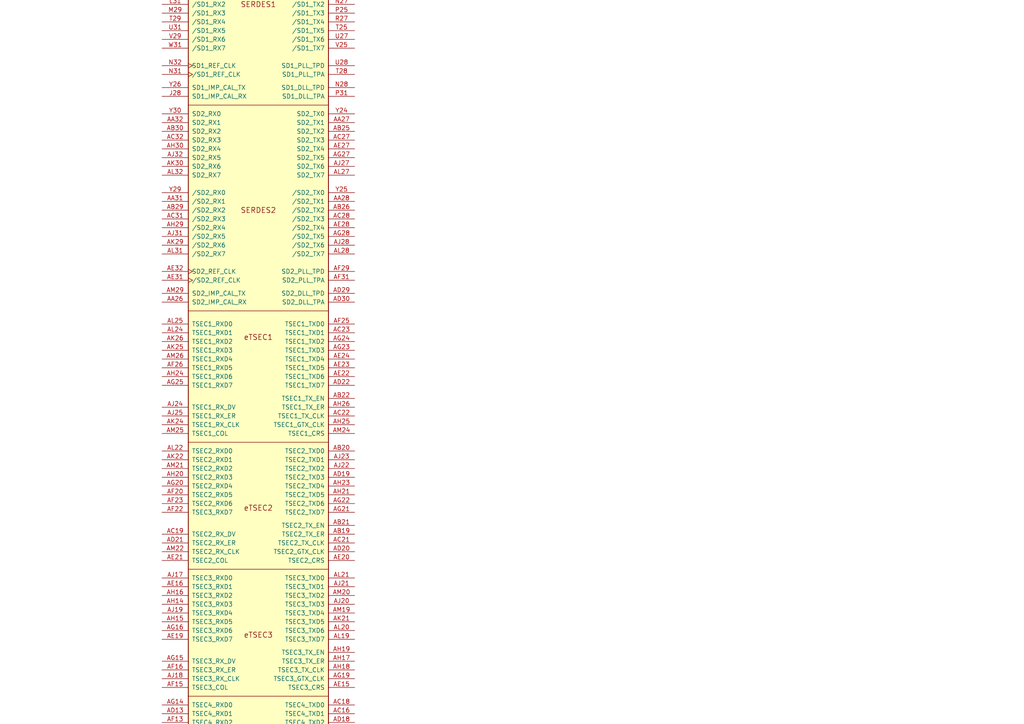
<source format=kicad_sch>
(kicad_sch (version 20250114) (generator "eeschema") (generator_version "9.0")
  (paper "A4")
  (lib_symbols
    (symbol "CPU_PowerPC:MPC8641D" (pin_names (offset 1.016))
      (property "Reference" "U" (at -2.54 1.27 0))
      (property "Value" "MPC8641D" (at -2.54 -7.62 0))
      (symbol "MPC8641D_1_1"
        (text "DDR Memory Inter 2" (at 1.27 25.4 0) (effects (font (size 1.524 1.524))))
        (pin bidirectional line (at -33.02 104.14 0) (length 7.62) (name "D2_MDQ0") (number "A7"))
        (pin bidirectional line (at -33.02 101.6 0) (length 7.62) (name "D2_MDQ1") (number "B7"))
        (pin bidirectional line (at -33.02 99.06 0) (length 7.62) (name "D2_MDQ2") (number "C5"))
        (pin bidirectional line (at -33.02 96.52 0) (length 7.62) (name "D2_MDQ3") (number "D5"))
        (pin bidirectional line (at -33.02 93.98 0) (length 7.62) (name "D2_MDQ4") (number "C8"))
        (pin bidirectional line (at -33.02 91.44 0) (length 7.62) (name "D2_MDQ5") (number "D8"))
        (pin bidirectional line (at -33.02 88.9 0) (length 7.62) (name "D2_MDQ6") (number "D6"))
        (pin bidirectional line (at -33.02 86.36 0) (length 7.62) (name "D2_MDQ7") (number "A5"))
        (pin bidirectional line (at -33.02 83.82 0) (length 7.62) (name "D2_MDQ8") (number "C4"))
        (pin bidirectional line (at -33.02 81.28 0) (length 7.62) (name "D2_MDQ9") (number "A3"))
        (pin bidirectional line (at -33.02 78.74 0) (length 7.62) (name "D2_MDQ10") (number "D3"))
        (pin bidirectional line (at -33.02 76.2 0) (length 7.62) (name "D2_MDQ11") (number "D2"))
        (pin bidirectional line (at -33.02 73.66 0) (length 7.62) (name "D2_MDQ12") (number "A4"))
        (pin bidirectional line (at -33.02 71.12 0) (length 7.62) (name "D2_MDQ13") (number "B4"))
        (pin bidirectional line (at -33.02 68.58 0) (length 7.62) (name "D2_MDQ14") (number "C2"))
        (pin bidirectional line (at -33.02 66.04 0) (length 7.62) (name "D2_MDQ15") (number "C1"))
        (pin bidirectional line (at -33.02 63.5 0) (length 7.62) (name "D2_MDQ16") (number "E3"))
        (pin bidirectional line (at -33.02 60.96 0) (length 7.62) (name "D2_MDQ17") (number "E1"))
        (pin bidirectional line (at -33.02 58.42 0) (length 7.62) (name "D2_MDQ18") (number "H4"))
        (pin bidirectional line (at -33.02 55.88 0) (length 7.62) (name "D2_MDQ19") (number "G1"))
        (pin bidirectional line (at -33.02 53.34 0) (length 7.62) (name "D2_MDQ20") (number "D1"))
        (pin bidirectional line (at -33.02 50.8 0) (length 7.62) (name "D2_MDQ21") (number "E4"))
        (pin bidirectional line (at -33.02 48.26 0) (length 7.62) (name "D2_MDQ22") (number "G3"))
        (pin bidirectional line (at -33.02 45.72 0) (length 7.62) (name "D2_MDQ23") (number "G2"))
        (pin bidirectional line (at -33.02 43.18 0) (length 7.62) (name "D2_MDQ24") (number "J4"))
        (pin bidirectional line (at -33.02 40.64 0) (length 7.62) (name "D2_MDQ25") (number "J2"))
        (pin bidirectional line (at -33.02 38.1 0) (length 7.62) (name "D2_MDQ26") (number "L1"))
        (pin bidirectional line (at -33.02 35.56 0) (length 7.62) (name "D2_MDQ27") (number "L3"))
        (pin bidirectional line (at -33.02 33.02 0) (length 7.62) (name "D2_MDQ28") (number "H3"))
        (pin bidirectional line (at -33.02 30.48 0) (length 7.62) (name "D2_MDQ29") (number "H1"))
        (pin bidirectional line (at -33.02 27.94 0) (length 7.62) (name "D2_MDQ30") (number "K1"))
        (pin bidirectional line (at -33.02 25.4 0) (length 7.62) (name "D2_MDQ31") (number "L4"))
        (pin bidirectional line (at -33.02 22.86 0) (length 7.62) (name "D2_MDQ32") (number "AA4"))
        (pin bidirectional line (at -33.02 20.32 0) (length 7.62) (name "D2_MDQ33") (number "AA2"))
        (pin bidirectional line (at -33.02 17.78 0) (length 7.62) (name "D2_MDQ34") (number "AD1"))
        (pin bidirectional line (at -33.02 15.24 0) (length 7.62) (name "D2_MDQ35") (number "AD2"))
        (pin bidirectional line (at -33.02 12.7 0) (length 7.62) (name "D2_MDQ36") (number "Y1"))
        (pin bidirectional line (at -33.02 10.16 0) (length 7.62) (name "D2_MDQ37") (number "AA1"))
        (pin bidirectional line (at -33.02 7.62 0) (length 7.62) (name "D2_MDQ38") (number "AC1"))
        (pin bidirectional line (at -33.02 5.08 0) (length 7.62) (name "D2_MDQ39") (number "AC3"))
        (pin bidirectional line (at -33.02 2.54 0) (length 7.62) (name "D2_MDQ40") (number "AD5"))
        (pin bidirectional line (at -33.02 0 0) (length 7.62) (name "D2_MDQ41") (number "AE1"))
        (pin bidirectional line (at -33.02 -2.54 0) (length 7.62) (name "D2_MDQ42") (number "AG1"))
        (pin bidirectional line (at -33.02 -5.08 0) (length 7.62) (name "D2_MDQ43") (number "AG2"))
        (pin bidirectional line (at -33.02 -7.62 0) (length 7.62) (name "D2_MDQ44") (number "AC4"))
        (pin bidirectional line (at -33.02 -10.16 0) (length 7.62) (name "D2_MDQ45") (number "AD4"))
        (pin bidirectional line (at -33.02 -12.7 0) (length 7.62) (name "D2_MDQ46") (number "AF3"))
        (pin bidirectional line (at -33.02 -15.24 0) (length 7.62) (name "D2_MDQ47") (number "AF4"))
        (pin bidirectional line (at -33.02 -17.78 0) (length 7.62) (name "D2_MDQ48") (number "AH3"))
        (pin bidirectional line (at -33.02 -20.32 0) (length 7.62) (name "D2_MDQ49") (number "AJ1"))
        (pin bidirectional line (at -33.02 -22.86 0) (length 7.62) (name "D2_MDQ50") (number "AM1"))
        (pin bidirectional line (at -33.02 -25.4 0) (length 7.62) (name "D2_MDQ51") (number "AM3"))
        (pin bidirectional line (at -33.02 -27.94 0) (length 7.62) (name "D2_MDQ52") (number "AH1"))
        (pin bidirectional line (at -33.02 -30.48 0) (length 7.62) (name "D2_MDQ53") (number "AH2"))
        (pin bidirectional line (at -33.02 -33.02 0) (length 7.62) (name "D2_MDQ54") (number "AL2"))
        (pin bidirectional line (at -33.02 -35.56 0) (length 7.62) (name "D2_MDQ55") (number "AL3"))
        (pin bidirectional line (at -33.02 -38.1 0) (length 7.62) (name "D2_MDQ56") (number "AK5"))
        (pin bidirectional line (at -33.02 -40.64 0) (length 7.62) (name "D2_MDQ57") (number "AL5"))
        (pin bidirectional line (at -33.02 -43.18 0) (length 7.62) (name "D2_MDQ58") (number "AK7"))
        (pin bidirectional line (at -33.02 -45.72 0) (length 7.62) (name "D2_MDQ59") (number "AM7"))
        (pin bidirectional line (at -33.02 -48.26 0) (length 7.62) (name "D2_MDQ60") (number "AK4"))
        (pin bidirectional line (at -33.02 -50.8 0) (length 7.62) (name "D2_MDQ61") (number "AM4"))
        (pin bidirectional line (at -33.02 -53.34 0) (length 7.62) (name "D2_MDQ62") (number "AM6"))
        (pin bidirectional line (at -33.02 -55.88 0) (length 7.62) (name "D2_MDQ63") (number "AJ7"))
        (pin bidirectional line (at -33.02 -60.96 0) (length 7.62) (name "D2_MECC0") (number "H6"))
        (pin bidirectional line (at -33.02 -63.5 0) (length 7.62) (name "D2_MECC1") (number "J5"))
        (pin bidirectional line (at -33.02 -66.04 0) (length 7.62) (name "D2_MECC2") (number "M5"))
        (pin bidirectional line (at -33.02 -68.58 0) (length 7.62) (name "D2_MECC3") (number "M4"))
        (pin bidirectional line (at -33.02 -71.12 0) (length 7.62) (name "D2_MECC4") (number "G6"))
        (pin bidirectional line (at -33.02 -73.66 0) (length 7.62) (name "D2_MECC5") (number "H7"))
        (pin bidirectional line (at -33.02 -76.2 0) (length 7.62) (name "D2_MECC6") (number "M2"))
        (pin bidirectional line (at -33.02 -78.74 0) (length 7.62) (name "D2_MECC7") (number "M1"))
        (pin bidirectional line (at -33.02 -83.82 0) (length 7.62) (name "D2_MDQS0") (number "B6"))
        (pin bidirectional line (at -33.02 -86.36 0) (length 7.62) (name "D2_MDQS1") (number "B1"))
        (pin bidirectional line (at -33.02 -88.9 0) (length 7.62) (name "D2_MDQS2") (number "F1"))
        (pin bidirectional line (at -33.02 -91.44 0) (length 7.62) (name "D2_MDQS3") (number "K2"))
        (pin bidirectional line (at -33.02 -93.98 0) (length 7.62) (name "D2_MDQS4") (number "AB3"))
        (pin bidirectional line (at -33.02 -96.52 0) (length 7.62) (name "D2_MDQS5") (number "AF1"))
        (pin bidirectional line (at -33.02 -99.06 0) (length 7.62) (name "D2_MDQS6") (number "AL1"))
        (pin bidirectional line (at -33.02 -101.6 0) (length 7.62) (name "D2_MDQS7") (number "AL6"))
        (pin bidirectional line (at -33.02 -104.14 0) (length 7.62) (name "D2_MDQS8") (number "L6"))
        (pin output line (at 33.02 104.14 180) (length 7.62) (name "D2_MDM0") (number "C7"))
        (pin output line (at 33.02 101.6 180) (length 7.62) (name "D2_MDM1") (number "B3"))
        (pin output line (at 33.02 99.06 180) (length 7.62) (name "D2_MDM2") (number "F4"))
        (pin output line (at 33.02 96.52 180) (length 7.62) (name "D2_MDM3") (number "J1"))
        (pin output line (at 33.02 93.98 180) (length 7.62) (name "D2_MDM4") (number "AB1"))
        (pin output line (at 33.02 91.44 180) (length 7.62) (name "D2_MDM5") (number "AE2"))
        (pin output line (at 33.02 88.9 180) (length 7.62) (name "D2_MDM6") (number "AK1"))
        (pin output line (at 33.02 86.36 180) (length 7.62) (name "D2_MDM7") (number "AM5"))
        (pin output line (at 33.02 83.82 180) (length 7.62) (name "D2_MDM8") (number "K6"))
        (pin output line (at 33.02 78.74 180) (length 7.62) (name "D2_MBA0") (number "W5"))
        (pin output line (at 33.02 76.2 180) (length 7.62) (name "D2_MBA1") (number "V5"))
        (pin output line (at 33.02 73.66 180) (length 7.62) (name "D2_MBA2") (number "P3"))
        (pin output line (at 33.02 66.04 180) (length 7.62) (name "D2_MA0") (number "W1"))
        (pin output line (at 33.02 63.5 180) (length 7.62) (name "D2_MA1") (number "U4"))
        (pin output line (at 33.02 60.96 180) (length 7.62) (name "D2_MA2") (number "U3"))
        (pin output line (at 33.02 58.42 180) (length 7.62) (name "D2_MA3") (number "T1"))
        (pin output line (at 33.02 55.88 180) (length 7.62) (name "D2_MA4") (number "T2"))
        (pin output line (at 33.02 53.34 180) (length 7.62) (name "D2_MA5") (number "T3"))
        (pin output line (at 33.02 50.8 180) (length 7.62) (name "D2_MA6") (number "T5"))
        (pin output line (at 33.02 48.26 180) (length 7.62) (name "D2_MA7") (number "R2"))
        (pin output line (at 33.02 45.72 180) (length 7.62) (name "D2_MA8") (number "R1"))
        (pin output line (at 33.02 43.18 180) (length 7.62) (name "D2_MA9") (number "R5"))
        (pin output line (at 33.02 40.64 180) (length 7.62) (name "D2_MA10") (number "V4"))
        (pin output line (at 33.02 38.1 180) (length 7.62) (name "D2_MA11") (number "R4"))
        (pin output line (at 33.02 35.56 180) (length 7.62) (name "D2_MA12") (number "P1"))
        (pin output line (at 33.02 33.02 180) (length 7.62) (name "D2_MA13") (number "AH5"))
        (pin output line (at 33.02 30.48 180) (length 7.62) (name "D2_MA14") (number "P4"))
        (pin output line (at 33.02 27.94 180) (length 7.62) (name "D2_MA15") (number "N1"))
        (pin output line (at 33.02 22.86 180) (length 7.62) (name "/D2_MWE") (number "Y4"))
        (pin output line (at 33.02 20.32 180) (length 7.62) (name "/D2_MRAS") (number "W3"))
        (pin output line (at 33.02 17.78 180) (length 7.62) (name "/D2_MCAS") (number "AB5"))
        (pin output line (at 33.02 10.16 180) (length 7.62) (name "/D2_MCS0") (number "Y3"))
        (pin output line (at 33.02 7.62 180) (length 7.62) (name "/D2_MCS1") (number "AF6"))
        (pin output line (at 33.02 5.08 180) (length 7.62) (name "/D2_MCS2") (number "AA5"))
        (pin output line (at 33.02 2.54 180) (length 7.62) (name "/D2_MCS3") (number "AF7"))
        (pin output line (at 33.02 -2.54 180) (length 7.62) (name "D2_MCKE0") (number "N6"))
        (pin output line (at 33.02 -5.08 180) (length 7.62) (name "D2_MCKE1") (number "N5"))
        (pin output line (at 33.02 -7.62 180) (length 7.62) (name "D2_MCKE2") (number "N2"))
        (pin output line (at 33.02 -10.16 180) (length 7.62) (name "D2_MCKE3") (number "N3"))
        (pin output line (at 33.02 -17.78 180) (length 7.62) (name "D2_MCK0") (number "U1"))
        (pin output line (at 33.02 -20.32 180) (length 7.62) (name "D2_MCK1") (number "F5"))
        (pin output line (at 33.02 -22.86 180) (length 7.62) (name "D2_MCK2") (number "AJ3"))
        (pin output line (at 33.02 -25.4 180) (length 7.62) (name "D2_MCK3") (number "V2"))
        (pin output line (at 33.02 -27.94 180) (length 7.62) (name "D2_MCK4") (number "E7"))
        (pin output line (at 33.02 -30.48 180) (length 7.62) (name "D2_MCK5") (number "AG4"))
        (pin output line (at 33.02 -38.1 180) (length 7.62) (name "/D2_MCK0") (number "V1"))
        (pin output line (at 33.02 -40.64 180) (length 7.62) (name "/D2_MCK1") (number "G5"))
        (pin output line (at 33.02 -43.18 180) (length 7.62) (name "/D2_MCK2") (number "AJ4"))
        (pin output line (at 33.02 -45.72 180) (length 7.62) (name "/D2_MCK3") (number "W2"))
        (pin output line (at 33.02 -48.26 180) (length 7.62) (name "/D2_MCK4") (number "E6"))
        (pin output line (at 33.02 -50.8 180) (length 7.62) (name "/D2_MCK5") (number "AG5"))
        (pin output line (at 33.02 -55.88 180) (length 7.62) (name "D2_MODT0") (number "AE6"))
        (pin output line (at 33.02 -58.42 180) (length 7.62) (name "D2_MODT1") (number "AG7"))
        (pin output line (at 33.02 -60.96 180) (length 7.62) (name "D2_MODT2") (number "AE5"))
        (pin output line (at 33.02 -63.5 180) (length 7.62) (name "D2_MODT3") (number "AH6"))
        (pin output line (at 33.02 -68.58 180) (length 7.62) (name "D2_MVREF") (number "A18"))
        (pin bidirectional line (at 33.02 -73.66 180) (length 7.62) (name "/D2_MDQS0") (number "A6"))
        (pin bidirectional line (at 33.02 -76.2 180) (length 7.62) (name "/D2_MDQS1") (number "A2"))
        (pin bidirectional line (at 33.02 -78.74 180) (length 7.62) (name "/D2_MDQS2") (number "F2"))
        (pin bidirectional line (at 33.02 -81.28 180) (length 7.62) (name "/D2_MDQS3") (number "K3"))
        (pin bidirectional line (at 33.02 -83.82 180) (length 7.62) (name "/D2_MDQS4") (number "AB2"))
        (pin bidirectional line (at 33.02 -86.36 180) (length 7.62) (name "/D2_MDQS5") (number "AE3"))
        (pin bidirectional line (at 33.02 -88.9 180) (length 7.62) (name "/D2_MDQS6") (number "AK2"))
        (pin bidirectional line (at 33.02 -91.44 180) (length 7.62) (name "/D2_MDQS7") (number "AJ6"))
        (pin bidirectional line (at 33.02 -93.98 180) (length 7.62) (name "/D2_MDQS8") (number "K5"))
        (pin bidirectional line (at 33.02 -99.06 180) (length 7.62) (name "D2_MDIC0") (number "F8"))
        (pin bidirectional line (at 33.02 -101.6 180) (length 7.62) (name "D2_MDIC1") (number "F7"))
      )
      (symbol "MPC8641D_2_1"
        (text "SERDES1" (at 0 107.95 0) (effects (font (size 1.524 1.524))))
        (text "SERDES2" (at 0 48.26 0) (effects (font (size 1.524 1.524))))
        (text "eTSEC1" (at 0 11.43 0) (effects (font (size 1.524 1.524))))
        (text "eTSEC2" (at 0 -38.1 0) (effects (font (size 1.524 1.524))))
        (text "eTSEC3" (at 0 -74.93 0) (effects (font (size 1.524 1.524))))
        (text "eTSEC4" (at 0 -111.76 0) (effects (font (size 1.524 1.524))))
        (pin input line (at -27.94 135.89 0) (length 7.62) (name "SD1_RX0") (number "J32"))
        (pin input line (at -27.94 133.35 0) (length 7.62) (name "SD1_RX1") (number "K30"))
        (pin input line (at -27.94 130.81 0) (length 7.62) (name "SD1_RX2") (number "L32"))
        (pin input line (at -27.94 128.27 0) (length 7.62) (name "SD1_RX3") (number "M30"))
        (pin input line (at -27.94 125.73 0) (length 7.62) (name "SD1_RX4") (number "T30"))
        (pin input line (at -27.94 123.19 0) (length 7.62) (name "SD1_RX5") (number "U32"))
        (pin input line (at -27.94 120.65 0) (length 7.62) (name "SD1_RX6") (number "V30"))
        (pin input line (at -27.94 118.11 0) (length 7.62) (name "SD1_RX7") (number "W32"))
        (pin input line (at -27.94 113.03 0) (length 7.62) (name "/SD1_RX0") (number "J31"))
        (pin input line (at -27.94 110.49 0) (length 7.62) (name "/SD1_RX1") (number "K29"))
        (pin input line (at -27.94 107.95 0) (length 7.62) (name "/SD1_RX2") (number "L31"))
        (pin input line (at -27.94 105.41 0) (length 7.62) (name "/SD1_RX3") (number "M29"))
        (pin input line (at -27.94 102.87 0) (length 7.62) (name "/SD1_RX4") (number "T29"))
        (pin input line (at -27.94 100.33 0) (length 7.62) (name "/SD1_RX5") (number "U31"))
        (pin input line (at -27.94 97.79 0) (length 7.62) (name "/SD1_RX6") (number "V29"))
        (pin input line (at -27.94 95.25 0) (length 7.62) (name "/SD1_RX7") (number "W31"))
        (pin input clock (at -27.94 90.17 0) (length 7.62) (name "SD1_REF_CLK") (number "N32"))
        (pin input clock (at -27.94 87.63 0) (length 7.62) (name "/SD1_REF_CLK") (number "N31"))
        (pin input line (at -27.94 83.82 0) (length 7.62) (name "SD1_IMP_CAL_TX") (number "Y26"))
        (pin input line (at -27.94 81.28 0) (length 7.62) (name "SD1_IMP_CAL_RX") (number "J28"))
        (pin input line (at -27.94 76.2 0) (length 7.62) (name "SD2_RX0") (number "Y30"))
        (pin input line (at -27.94 73.66 0) (length 7.62) (name "SD2_RX1") (number "AA32"))
        (pin input line (at -27.94 71.12 0) (length 7.62) (name "SD2_RX2") (number "AB30"))
        (pin input line (at -27.94 68.58 0) (length 7.62) (name "SD2_RX3") (number "AC32"))
        (pin input line (at -27.94 66.04 0) (length 7.62) (name "SD2_RX4") (number "AH30"))
        (pin input line (at -27.94 63.5 0) (length 7.62) (name "SD2_RX5") (number "AJ32"))
        (pin input line (at -27.94 60.96 0) (length 7.62) (name "SD2_RX6") (number "AK30"))
        (pin input line (at -27.94 58.42 0) (length 7.62) (name "SD2_RX7") (number "AL32"))
        (pin input line (at -27.94 53.34 0) (length 7.62) (name "/SD2_RX0") (number "Y29"))
        (pin input line (at -27.94 50.8 0) (length 7.62) (name "/SD2_RX1") (number "AA31"))
        (pin input line (at -27.94 48.26 0) (length 7.62) (name "/SD2_RX2") (number "AB29"))
        (pin input line (at -27.94 45.72 0) (length 7.62) (name "/SD2_RX3") (number "AC31"))
        (pin input line (at -27.94 43.18 0) (length 7.62) (name "/SD2_RX4") (number "AH29"))
        (pin input line (at -27.94 40.64 0) (length 7.62) (name "/SD2_RX5") (number "AJ31"))
        (pin input line (at -27.94 38.1 0) (length 7.62) (name "/SD2_RX6") (number "AK29"))
        (pin input line (at -27.94 35.56 0) (length 7.62) (name "/SD2_RX7") (number "AL31"))
        (pin input clock (at -27.94 30.48 0) (length 7.62) (name "SD2_REF_CLK") (number "AE32"))
        (pin input clock (at -27.94 27.94 0) (length 7.62) (name "/SD2_REF_CLK") (number "AE31"))
        (pin input line (at -27.94 24.13 0) (length 7.62) (name "SD2_IMP_CAL_TX") (number "AM29"))
        (pin input line (at -27.94 21.59 0) (length 7.62) (name "SD2_IMP_CAL_RX") (number "AA26"))
        (pin input line (at -27.94 15.24 0) (length 7.62) (name "TSEC1_RXD0") (number "AL25"))
        (pin input line (at -27.94 12.7 0) (length 7.62) (name "TSEC1_RXD1") (number "AL24"))
        (pin input line (at -27.94 10.16 0) (length 7.62) (name "TSEC1_RXD2") (number "AK26"))
        (pin input line (at -27.94 7.62 0) (length 7.62) (name "TSEC1_RXD3") (number "AK25"))
        (pin input line (at -27.94 5.08 0) (length 7.62) (name "TSEC1_RXD4") (number "AM26"))
        (pin input line (at -27.94 2.54 0) (length 7.62) (name "TSEC1_RXD5") (number "AF26"))
        (pin input line (at -27.94 0 0) (length 7.62) (name "TSEC1_RXD6") (number "AH24"))
        (pin input line (at -27.94 -2.54 0) (length 7.62) (name "TSEC1_RXD7") (number "AG25"))
        (pin input line (at -27.94 -8.89 0) (length 7.62) (name "TSEC1_RX_DV") (number "AJ24"))
        (pin input line (at -27.94 -11.43 0) (length 7.62) (name "TSEC1_RX_ER") (number "AJ25"))
        (pin input line (at -27.94 -13.97 0) (length 7.62) (name "TSEC1_RX_CLK") (number "AK24"))
        (pin input line (at -27.94 -16.51 0) (length 7.62) (name "TSEC1_COL") (number "AM25"))
        (pin input line (at -27.94 -21.59 0) (length 7.62) (name "TSEC2_RXD0") (number "AL22"))
        (pin input line (at -27.94 -24.13 0) (length 7.62) (name "TSEC2_RXD1") (number "AK22"))
        (pin input line (at -27.94 -26.67 0) (length 7.62) (name "TSEC2_RXD2") (number "AM21"))
        (pin input line (at -27.94 -29.21 0) (length 7.62) (name "TSEC2_RXD3") (number "AH20"))
        (pin input line (at -27.94 -31.75 0) (length 7.62) (name "TSEC2_RXD4") (number "AG20"))
        (pin input line (at -27.94 -34.29 0) (length 7.62) (name "TSEC2_RXD5") (number "AF20"))
        (pin input line (at -27.94 -36.83 0) (length 7.62) (name "TSEC2_RXD6") (number "AF23"))
        (pin input line (at -27.94 -39.37 0) (length 7.62) (name "TSEC3_RXD7") (number "AF22"))
        (pin input line (at -27.94 -45.72 0) (length 7.62) (name "TSEC2_RX_DV") (number "AC19"))
        (pin input line (at -27.94 -48.26 0) (length 7.62) (name "TSEC2_RX_ER") (number "AD21"))
        (pin input line (at -27.94 -50.8 0) (length 7.62) (name "TSEC2_RX_CLK") (number "AM22"))
        (pin input line (at -27.94 -53.34 0) (length 7.62) (name "TSEC2_COL") (number "AE21"))
        (pin input line (at -27.94 -58.42 0) (length 7.62) (name "TSEC3_RXD0") (number "AJ17"))
        (pin input line (at -27.94 -60.96 0) (length 7.62) (name "TSEC3_RXD1") (number "AE16"))
        (pin input line (at -27.94 -63.5 0) (length 7.62) (name "TSEC3_RXD2") (number "AH16"))
        (pin input line (at -27.94 -66.04 0) (length 7.62) (name "TSEC3_RXD3") (number "AH14"))
        (pin input line (at -27.94 -68.58 0) (length 7.62) (name "TSEC3_RXD4") (number "AJ19"))
        (pin input line (at -27.94 -71.12 0) (length 7.62) (name "TSEC3_RXD5") (number "AH15"))
        (pin input line (at -27.94 -73.66 0) (length 7.62) (name "TSEC3_RXD6") (number "AG16"))
        (pin input line (at -27.94 -76.2 0) (length 7.62) (name "TSEC3_RXD7") (number "AE19"))
        (pin input line (at -27.94 -82.55 0) (length 7.62) (name "TSEC3_RX_DV") (number "AG15"))
        (pin input line (at -27.94 -85.09 0) (length 7.62) (name "TSEC3_RX_ER") (number "AF16"))
        (pin input line (at -27.94 -87.63 0) (length 7.62) (name "TSEC3_RX_CLK") (number "AJ18"))
        (pin input line (at -27.94 -90.17 0) (length 7.62) (name "TSEC3_COL") (number "AF15"))
        (pin input line (at -27.94 -95.25 0) (length 7.62) (name "TSEC4_RXD0") (number "AG14"))
        (pin input line (at -27.94 -97.79 0) (length 7.62) (name "TSEC4_RXD1") (number "AD13"))
        (pin input line (at -27.94 -100.33 0) (length 7.62) (name "TSEC4_RXD2") (number "AF13"))
        (pin input line (at -27.94 -102.87 0) (length 7.62) (name "TSEC4_RXD3") (number "AD14"))
        (pin input line (at -27.94 -105.41 0) (length 7.62) (name "TSEX4_RXD4") (number "AE14"))
        (pin input line (at -27.94 -107.95 0) (length 7.62) (name "TSEC4_RXD5") (number "AB15"))
        (pin input line (at -27.94 -110.49 0) (length 7.62) (name "TSEC4_RXD6") (number "AC14"))
        (pin input line (at -27.94 -113.03 0) (length 7.62) (name "TSEC4_RXD7") (number "AE17"))
        (pin input line (at -27.94 -119.38 0) (length 7.62) (name "TSEC4_RX_DV") (number "AC15"))
        (pin input line (at -27.94 -121.92 0) (length 7.62) (name "TSEC4_RX_ER") (number "AF14"))
        (pin input line (at -27.94 -124.46 0) (length 7.62) (name "TSEC4_RX_CLK") (number "AG13"))
        (pin input line (at -27.94 -127 0) (length 7.62) (name "TSEC4_COL") (number "AC13"))
        (pin input line (at -27.94 -132.08 0) (length 7.62) (name "EC1_GTX_CLK125") (number "AL23"))
        (pin input line (at -27.94 -135.89 0) (length 7.62) (name "EC2_GTX_CLK125") (number "AM23"))
        (pin output line (at 27.94 135.89 180) (length 7.62) (name "SD1_TX0") (number "L26"))
        (pin output line (at 27.94 133.35 180) (length 7.62) (name "SD1_TX1") (number "M24"))
        (pin output line (at 27.94 130.81 180) (length 7.62) (name "SD1_TX2") (number "N26"))
        (pin output line (at 27.94 128.27 180) (length 7.62) (name "SD1_TX3") (number "P24"))
        (pin output line (at 27.94 125.73 180) (length 7.62) (name "SD1_TX4") (number "R26"))
        (pin output line (at 27.94 123.19 180) (length 7.62) (name "SD1_TX5") (number "T24"))
        (pin output line (at 27.94 120.65 180) (length 7.62) (name "SD1_TX6") (number "U26"))
        (pin output line (at 27.94 118.11 180) (length 7.62) (name "SD1_TX7") (number "V24"))
        (pin output line (at 27.94 113.03 180) (length 7.62) (name "/SD1_TX0") (number "L27"))
        (pin output line (at 27.94 110.49 180) (length 7.62) (name "/SD1_TX1") (number "M25"))
        (pin output line (at 27.94 107.95 180) (length 7.62) (name "/SD1_TX2") (number "N27"))
        (pin output line (at 27.94 105.41 180) (length 7.62) (name "/SD1_TX3") (number "P25"))
        (pin output line (at 27.94 102.87 180) (length 7.62) (name "/SD1_TX4") (number "R27"))
        (pin output line (at 27.94 100.33 180) (length 7.62) (name "/SD1_TX5") (number "T25"))
        (pin output line (at 27.94 97.79 180) (length 7.62) (name "/SD1_TX6") (number "U27"))
        (pin output line (at 27.94 95.25 180) (length 7.62) (name "/SD1_TX7") (number "V25"))
        (pin output line (at 27.94 90.17 180) (length 7.62) (name "SD1_PLL_TPD") (number "U28"))
        (pin output line (at 27.94 87.63 180) (length 7.62) (name "SD1_PLL_TPA") (number "T28"))
        (pin output line (at 27.94 83.82 180) (length 7.62) (name "SD1_DLL_TPD") (number "N28"))
        (pin output line (at 27.94 81.28 180) (length 7.62) (name "SD1_DLL_TPA") (number "P31"))
        (pin output line (at 27.94 76.2 180) (length 7.62) (name "SD2_TX0") (number "Y24"))
        (pin output line (at 27.94 73.66 180) (length 7.62) (name "SD2_TX1") (number "AA27"))
        (pin output line (at 27.94 71.12 180) (length 7.62) (name "SD2_TX2") (number "AB25"))
        (pin output line (at 27.94 68.58 180) (length 7.62) (name "SD2_TX3") (number "AC27"))
        (pin output line (at 27.94 66.04 180) (length 7.62) (name "SD2_TX4") (number "AE27"))
        (pin output line (at 27.94 63.5 180) (length 7.62) (name "SD2_TX5") (number "AG27"))
        (pin output line (at 27.94 60.96 180) (length 7.62) (name "SD2_TX6") (number "AJ27"))
        (pin output line (at 27.94 58.42 180) (length 7.62) (name "SD2_TX7") (number "AL27"))
        (pin output line (at 27.94 53.34 180) (length 7.62) (name "/SD2_TX0") (number "Y25"))
        (pin output line (at 27.94 50.8 180) (length 7.62) (name "/SD2_TX1") (number "AA28"))
        (pin output line (at 27.94 48.26 180) (length 7.62) (name "/SD2_TX2") (number "AB26"))
        (pin output line (at 27.94 45.72 180) (length 7.62) (name "/SD2_TX3") (number "AC28"))
        (pin output line (at 27.94 43.18 180) (length 7.62) (name "/SD2_TX4") (number "AE28"))
        (pin output line (at 27.94 40.64 180) (length 7.62) (name "/SD2_TX5") (number "AG28"))
        (pin output line (at 27.94 38.1 180) (length 7.62) (name "/SD2_TX6") (number "AJ28"))
        (pin output line (at 27.94 35.56 180) (length 7.62) (name "/SD2_TX7") (number "AL28"))
        (pin output line (at 27.94 30.48 180) (length 7.62) (name "SD2_PLL_TPD") (number "AF29"))
        (pin output line (at 27.94 27.94 180) (length 7.62) (name "SD2_PLL_TPA") (number "AF31"))
        (pin output line (at 27.94 24.13 180) (length 7.62) (name "SD2_DLL_TPD") (number "AD29"))
        (pin output line (at 27.94 21.59 180) (length 7.62) (name "SD2_DLL_TPA") (number "AD30"))
        (pin output line (at 27.94 15.24 180) (length 7.62) (name "TSEC1_TXD0") (number "AF25"))
        (pin output line (at 27.94 12.7 180) (length 7.62) (name "TSEC1_TXD1") (number "AC23"))
        (pin output line (at 27.94 10.16 180) (length 7.62) (name "TSEC1_TXD2") (number "AG24"))
        (pin output line (at 27.94 7.62 180) (length 7.62) (name "TSEC1_TXD3") (number "AG23"))
        (pin output line (at 27.94 5.08 180) (length 7.62) (name "TSEC1_TXD4") (number "AE24"))
        (pin output line (at 27.94 2.54 180) (length 7.62) (name "TSEC1_TXD5") (number "AE23"))
        (pin output line (at 27.94 0 180) (length 7.62) (name "TSEC1_TXD6") (number "AE22"))
        (pin output line (at 27.94 -2.54 180) (length 7.62) (name "TSEC1_TXD7") (number "AD22"))
        (pin output line (at 27.94 -6.35 180) (length 7.62) (name "TSEC1_TX_EN") (number "AB22"))
        (pin output line (at 27.94 -8.89 180) (length 7.62) (name "TSEC1_TX_ER") (number "AH26"))
        (pin input line (at 27.94 -11.43 180) (length 7.62) (name "TSEC1_TX_CLK") (number "AC22"))
        (pin output line (at 27.94 -13.97 180) (length 7.62) (name "TSEC1_GTX_CLK") (number "AH25"))
        (pin bidirectional line (at 27.94 -16.51 180) (length 7.62) (name "TSEC1_CRS") (number "AM24"))
        (pin output line (at 27.94 -21.59 180) (length 7.62) (name "TSEC2_TXD0") (number "AB20"))
        (pin output line (at 27.94 -24.13 180) (length 7.62) (name "TSEC2_TXD1") (number "AJ23"))
        (pin output line (at 27.94 -26.67 180) (length 7.62) (name "TSEC2_TXD2") (number "AJ22"))
        (pin output line (at 27.94 -29.21 180) (length 7.62) (name "TSEC2_TXD3") (number "AD19"))
        (pin output line (at 27.94 -31.75 180) (length 7.62) (name "TSEC2_TXD4") (number "AH23"))
        (pin output line (at 27.94 -34.29 180) (length 7.62) (name "TSEC2_TXD5") (number "AH21"))
        (pin output line (at 27.94 -36.83 180) (length 7.62) (name "TSEC2_TXD6") (number "AG22"))
        (pin output line (at 27.94 -39.37 180) (length 7.62) (name "TSEC2_TXD7") (number "AG21"))
        (pin output line (at 27.94 -43.18 180) (length 7.62) (name "TSEC2_TX_EN") (number "AB21"))
        (pin output line (at 27.94 -45.72 180) (length 7.62) (name "TSEC2_TX_ER") (number "AB19"))
        (pin input line (at 27.94 -48.26 180) (length 7.62) (name "TSEC2_TX_CLK") (number "AC21"))
        (pin output line (at 27.94 -50.8 180) (length 7.62) (name "TSEC2_GTX_CLK") (number "AD20"))
        (pin bidirectional line (at 27.94 -53.34 180) (length 7.62) (name "TSEC2_CRS") (number "AE20"))
        (pin output line (at 27.94 -58.42 180) (length 7.62) (name "TSEC3_TXD0") (number "AL21"))
        (pin output line (at 27.94 -60.96 180) (length 7.62) (name "TSEC3_TXD1") (number "AJ21"))
        (pin output line (at 27.94 -63.5 180) (length 7.62) (name "TSEC3_TXD2") (number "AM20"))
        (pin output line (at 27.94 -66.04 180) (length 7.62) (name "TSEC3_TXD3") (number "AJ20"))
        (pin output line (at 27.94 -68.58 180) (length 7.62) (name "TSEC3_TXD4") (number "AM19"))
        (pin output line (at 27.94 -71.12 180) (length 7.62) (name "TSEC3_TXD5") (number "AK21"))
        (pin output line (at 27.94 -73.66 180) (length 7.62) (name "TSEC3_TXD6") (number "AL20"))
        (pin output line (at 27.94 -76.2 180) (length 7.62) (name "TSEC3_TXD7") (number "AL19"))
        (pin output line (at 27.94 -80.01 180) (length 7.62) (name "TSEC3_TX_EN") (number "AH19"))
        (pin output line (at 27.94 -82.55 180) (length 7.62) (name "TSEC3_TX_ER") (number "AH17"))
        (pin input line (at 27.94 -85.09 180) (length 7.62) (name "TSEC3_TX_CLK") (number "AH18"))
        (pin output line (at 27.94 -87.63 180) (length 7.62) (name "TSEC3_GTX_CLK") (number "AG19"))
        (pin bidirectional line (at 27.94 -90.17 180) (length 7.62) (name "TSEC3_CRS") (number "AE15"))
        (pin output line (at 27.94 -95.25 180) (length 7.62) (name "TSEC4_TXD0") (number "AC18"))
        (pin output line (at 27.94 -97.79 180) (length 7.62) (name "TSEC4_TXD1") (number "AC16"))
        (pin output line (at 27.94 -100.33 180) (length 7.62) (name "TSEC4_TXD2") (number "AD18"))
        (pin output line (at 27.94 -102.87 180) (length 7.62) (name "TSEC4_TXD3") (number "AD17"))
        (pin output line (at 27.94 -105.41 180) (length 7.62) (name "TSEC4_TXD4") (number "AD16"))
        (pin output line (at 27.94 -107.95 180) (length 7.62) (name "TSEC4_TXD5") (number "AB18"))
        (pin output line (at 27.94 -110.49 180) (length 7.62) (name "TSEC4_TXD6") (number "AB17"))
        (pin output line (at 27.94 -113.03 180) (length 7.62) (name "TSEC4_TXD7") (number "AB16"))
        (pin output line (at 27.94 -116.84 180) (length 7.62) (name "TSEC4_TX_EN") (number "AF17"))
        (pin output line (at 27.94 -119.38 180) (length 7.62) (name "TSEC4_TX_ER") (number "AF19"))
        (pin input line (at 27.94 -121.92 180) (length 7.62) (name "TSEC4_TX_CLK") (number "AF18"))
        (pin output line (at 27.94 -124.46 180) (length 7.62) (name "TSEC4_GTX_CLK") (number "AG17"))
        (pin bidirectional line (at 27.94 -127 180) (length 7.62) (name "TSEC4_CRS") (number "AB14"))
        (pin output line (at 27.94 -132.08 180) (length 7.62) (name "EC_MDC") (number "G31"))
        (pin bidirectional line (at 27.94 -135.89 180) (length 7.62) (name "EC_MDIO") (number "G32"))
      )
      (symbol "MPC8641D_3_1"
        (text "DUART" (at 0 128.27 0) (effects (font (size 1.524 1.524))))
        (text "LOCAL BUS" (at 0 54.61 0) (effects (font (size 1.524 1.524))))
        (text "IRQ/DMA" (at 0 -17.78 0) (effects (font (size 1.524 1.524))))
        (text "MISC." (at 0 -58.42 0) (effects (font (size 1.524 1.524))))
        (pin input line (at -27.94 132.08 0) (length 7.62) (name "UART_SIN0") (number "B32"))
        (pin input line (at -27.94 129.54 0) (length 7.62) (name "UART_SIN1") (number "C32"))
        (pin input line (at -27.94 125.73 0) (length 7.62) (name "/UART_CTS0") (number "A31"))
        (pin input line (at -27.94 123.19 0) (length 7.62) (name "/UART_CTS1") (number "B31"))
        (pin bidirectional line (at -27.94 118.11 0) (length 7.62) (name "LAD0") (number "A30"))
        (pin bidirectional line (at -27.94 115.57 0) (length 7.62) (name "LAD1") (number "E29"))
        (pin bidirectional line (at -27.94 113.03 0) (length 7.62) (name "LAD2") (number "C29"))
        (pin bidirectional line (at -27.94 110.49 0) (length 7.62) (name "LAD3") (number "D28"))
        (pin bidirectional line (at -27.94 107.95 0) (length 7.62) (name "LAD4") (number "D29"))
        (pin bidirectional line (at -27.94 105.41 0) (length 7.62) (name "LAD5") (number "H25"))
        (pin bidirectional line (at -27.94 102.87 0) (length 7.62) (name "LAD6") (number "B29"))
        (pin bidirectional line (at -27.94 100.33 0) (length 7.62) (name "LAD7") (number "A29"))
        (pin bidirectional line (at -27.94 97.79 0) (length 7.62) (name "LAD8") (number "C28"))
        (pin bidirectional line (at -27.94 95.25 0) (length 7.62) (name "LAD9") (number "L22"))
        (pin bidirectional line (at -27.94 92.71 0) (length 7.62) (name "LAD10") (number "M22"))
        (pin bidirectional line (at -27.94 90.17 0) (length 7.62) (name "LAD11") (number "A28"))
        (pin bidirectional line (at -27.94 87.63 0) (length 7.62) (name "LAD12") (number "C27"))
        (pin bidirectional line (at -27.94 85.09 0) (length 7.62) (name "LAD13") (number "H26"))
        (pin bidirectional line (at -27.94 82.55 0) (length 7.62) (name "LAD14") (number "G26"))
        (pin bidirectional line (at -27.94 80.01 0) (length 7.62) (name "LAD15") (number "B27"))
        (pin bidirectional line (at -27.94 77.47 0) (length 7.62) (name "LAD16") (number "B26"))
        (pin bidirectional line (at -27.94 74.93 0) (length 7.62) (name "LAD17") (number "A27"))
        (pin bidirectional line (at -27.94 72.39 0) (length 7.62) (name "LAD18") (number "E27"))
        (pin bidirectional line (at -27.94 69.85 0) (length 7.62) (name "LAD19") (number "G25"))
        (pin bidirectional line (at -27.94 67.31 0) (length 7.62) (name "LAD20") (number "D26"))
        (pin bidirectional line (at -27.94 64.77 0) (length 7.62) (name "LAD21") (number "E26"))
        (pin bidirectional line (at -27.94 62.23 0) (length 7.62) (name "LAD22") (number "G24"))
        (pin bidirectional line (at -27.94 59.69 0) (length 7.62) (name "LAD23") (number "F27"))
        (pin bidirectional line (at -27.94 57.15 0) (length 7.62) (name "LAD24") (number "A26"))
        (pin bidirectional line (at -27.94 54.61 0) (length 7.62) (name "LAD25") (number "A25"))
        (pin bidirectional line (at -27.94 52.07 0) (length 7.62) (name "LAD26") (number "C25"))
        (pin bidirectional line (at -27.94 49.53 0) (length 7.62) (name "LAD27") (number "H23"))
        (pin bidirectional line (at -27.94 46.99 0) (length 7.62) (name "LAD28") (number "K22"))
        (pin bidirectional line (at -27.94 44.45 0) (length 7.62) (name "LAD29") (number "D25"))
        (pin bidirectional line (at -27.94 41.91 0) (length 7.62) (name "LAD30") (number "F25"))
        (pin bidirectional line (at -27.94 39.37 0) (length 7.62) (name "LAD31") (number "H22"))
        (pin output line (at -27.94 34.29 0) (length 7.62) (name "LA27") (number "J21"))
        (pin output line (at -27.94 31.75 0) (length 7.62) (name "LA28") (number "K21"))
        (pin output line (at -27.94 29.21 0) (length 7.62) (name "LA29") (number "G22"))
        (pin output line (at -27.94 26.67 0) (length 7.62) (name "LA30") (number "F24"))
        (pin output line (at -27.94 24.13 0) (length 7.62) (name "LA31") (number "G21"))
        (pin bidirectional line (at -27.94 19.05 0) (length 7.62) (name "LDP0") (number "A24"))
        (pin bidirectional line (at -27.94 16.51 0) (length 7.62) (name "LDP1") (number "E24"))
        (pin bidirectional line (at -27.94 13.97 0) (length 7.62) (name "LDP2") (number "C24"))
        (pin bidirectional line (at -27.94 11.43 0) (length 7.62) (name "LDP3") (number "B24"))
        (pin input line (at -27.94 6.35 0) (length 7.62) (name "/MCP_0") (number "F17"))
        (pin input line (at -27.94 3.81 0) (length 7.62) (name "/MCP_1") (number "H17"))
        (pin input line (at -27.94 0 0) (length 7.62) (name "IRQ0") (number "G28"))
        (pin input line (at -27.94 -2.54 0) (length 7.62) (name "IRQ1") (number "G29"))
        (pin input line (at -27.94 -5.08 0) (length 7.62) (name "IRQ2") (number "H27"))
        (pin input line (at -27.94 -7.62 0) (length 7.62) (name "IRQ3") (number "J23"))
        (pin input line (at -27.94 -10.16 0) (length 7.62) (name "IRQ4") (number "M23"))
        (pin input line (at -27.94 -12.7 0) (length 7.62) (name "IRQ5") (number "J27"))
        (pin input line (at -27.94 -15.24 0) (length 7.62) (name "IRQ6") (number "F28"))
        (pin input line (at -27.94 -17.78 0) (length 7.62) (name "IRQ7") (number "J24"))
        (pin input line (at -27.94 -20.32 0) (length 7.62) (name "IRQ8") (number "L23"))
        (pin input line (at -27.94 -22.86 0) (length 7.62) (name "IRQ9/DMA_DREQ3") (number "B30"))
        (pin input line (at -27.94 -25.4 0) (length 7.62) (name "IRQ10/DMA_DACK3") (number "C30"))
        (pin input line (at -27.94 -27.94 0) (length 7.62) (name "IRQ11/DMA_DDONE3") (number "D30"))
        (pin bidirectional line (at -27.94 -33.02 0) (length 7.62) (name "IIC1_SDA") (number "A16"))
        (pin bidirectional line (at -27.94 -35.56 0) (length 7.62) (name "IIC1_SCL") (number "B17"))
        (pin bidirectional line (at -27.94 -39.37 0) (length 7.62) (name "IIC2_SDA") (number "A21"))
        (pin bidirectional line (at -27.94 -41.91 0) (length 7.62) (name "IIC2_SCL") (number "B21"))
        (pin bidirectional line (at -27.94 -45.72 0) (length 7.62) (name "/HRESET") (number "B18"))
        (pin input line (at -27.94 -48.26 0) (length 7.62) (name "/SRESET_0") (number "C20"))
        (pin input line (at -27.94 -50.8 0) (length 7.62) (name "/SRESET_1") (number "C21"))
        (pin input line (at -27.94 -54.61 0) (length 7.62) (name "SMI_0") (number "L15"))
        (pin input line (at -27.94 -57.15 0) (length 7.62) (name "SMI_1") (number "L16"))
        (pin input line (at -27.94 -60.96 0) (length 7.62) (name "/CKSTP_IN") (number "L18"))
        (pin input line (at -27.94 -64.77 0) (length 7.62) (name "TRIG_IN") (number "J14"))
        (pin input line (at -27.94 -69.85 0) (length 7.62) (name "TCK") (number "H18"))
        (pin input line (at -27.94 -72.39 0) (length 7.62) (name "TDI") (number "J18"))
        (pin output line (at -27.94 -74.93 0) (length 7.62) (name "TDO") (number "G18"))
        (pin input line (at -27.94 -77.47 0) (length 7.62) (name "TMS") (number "F18"))
        (pin input line (at -27.94 -80.01 0) (length 7.62) (name "/TRST") (number "A17"))
        (pin input line (at -27.94 -85.09 0) (length 7.62) (name "/LSSD_MODE") (number "C18"))
        (pin input line (at -27.94 -88.9 0) (length 7.62) (name "TEST_MODE0") (number "C16"))
        (pin input line (at -27.94 -91.44 0) (length 7.62) (name "TEST_MODE1") (number "E17"))
        (pin input line (at -27.94 -93.98 0) (length 7.62) (name "TEST_MODE2") (number "D18"))
        (pin input line (at -27.94 -96.52 0) (length 7.62) (name "TEST_MODE3") (number "D16"))
        (pin unspecified line (at -27.94 -101.6 0) (length 7.62) (name "SPARE") (number "J17"))
        (pin no_connect line (at -20.32 -106.68 0) (length 7.62) (hide yes) (name "NC") (number "K24"))
        (pin no_connect line (at -20.32 -109.22 0) (length 7.62) (hide yes) (name "NC") (number "K25"))
        (pin no_connect line (at -20.32 -111.76 0) (length 7.62) (hide yes) (name "NC") (number "P28"))
        (pin no_connect line (at -20.32 -114.3 0) (length 7.62) (hide yes) (name "NC") (number "P29"))
        (pin no_connect line (at -20.32 -116.84 0) (length 7.62) (hide yes) (name "NC") (number "W26"))
        (pin no_connect line (at -20.32 -119.38 0) (length 7.62) (hide yes) (name "NC") (number "W27"))
        (pin no_connect line (at -20.32 -121.92 0) (length 7.62) (hide yes) (name "NC") (number "AD25"))
        (pin no_connect line (at -20.32 -124.46 0) (length 7.62) (hide yes) (name "NC") (number "AD26"))
        (pin output line (at 27.94 132.08 180) (length 7.62) (name "UART_SOUT0") (number "D31"))
        (pin output line (at 27.94 129.54 180) (length 7.62) (name "UART_SOUT1") (number "A32"))
        (pin output line (at 27.94 125.73 180) (length 7.62) (name "/UART_RTS0") (number "C31"))
        (pin output line (at 27.94 123.19 180) (length 7.62) (name "/UART_RTS1") (number "E30"))
        (pin output line (at 27.94 118.11 180) (length 7.62) (name "/LCS0") (number "A22"))
        (pin output line (at 27.94 115.57 180) (length 7.62) (name "/LCS1") (number "C22"))
        (pin output line (at 27.94 113.03 180) (length 7.62) (name "/LCS3") (number "D23"))
        (pin output line (at 27.94 110.49 180) (length 7.62) (name "/LCS4") (number "E22"))
        (pin output line (at 27.94 107.95 180) (length 7.62) (name "/LCS5") (number "A23"))
        (pin output line (at 27.94 102.87 180) (length 7.62) (name "/LCS5/DMA_DREQ2") (number "B23"))
        (pin output line (at 27.94 100.33 180) (length 7.62) (name "/LCS6/DMA_DACK2") (number "E23"))
        (pin output line (at 27.94 97.79 180) (length 7.62) (name "/LCS7/DMA_DDONE2") (number "F23"))
        (pin output line (at 27.94 93.98 180) (length 7.62) (name "/LWE0/LBS0/LSDDQM0") (number "E21"))
        (pin output line (at 27.94 91.44 180) (length 7.62) (name "/LWE1/LBS1/LSDDQM1") (number "F21"))
        (pin output line (at 27.94 88.9 180) (length 7.62) (name "/LWE2/LBS2/LSDDQM2") (number "D22"))
        (pin output line (at 27.94 86.36 180) (length 7.62) (name "/LWE3/LBS3/LSDDQM3") (number "E20"))
        (pin output line (at 27.94 82.55 180) (length 7.62) (name "LBCTL") (number "D21"))
        (pin output line (at 27.94 80.01 180) (length 7.62) (name "LALE") (number "E19"))
        (pin output line (at 27.94 76.2 180) (length 7.62) (name "LGPL0/LSDA10") (number "F20"))
        (pin output line (at 27.94 73.66 180) (length 7.62) (name "LGPL1/LSDWE") (number "H20"))
        (pin output line (at 27.94 71.12 180) (length 7.62) (name "LGPL2/LOE/LSDRAS") (number "J20"))
        (pin output line (at 27.94 68.58 180) (length 7.62) (name "LGPL3/LSDCAS") (number "K20"))
        (pin bidirectional line (at 27.94 66.04 180) (length 7.62) (name "LGPL4/LGTA/LUPWAIT/LPBSE") (number "L21"))
        (pin output line (at 27.94 63.5 180) (length 7.62) (name "LGPL5") (number "J19"))
        (pin output line (at 27.94 59.69 180) (length 7.62) (name "LCKE") (number "H19"))
        (pin output line (at 27.94 57.15 180) (length 7.62) (name "LCLK0") (number "G19"))
        (pin output line (at 27.94 54.61 180) (length 7.62) (name "LCLK1") (number "L19"))
        (pin output line (at 27.94 52.07 180) (length 7.62) (name "LCLK2") (number "M20"))
        (pin input line (at 27.94 48.26 180) (length 7.62) (name "LSYNC_IN") (number "M19"))
        (pin input line (at 27.94 45.72 180) (length 7.62) (name "LSYNC_OUT") (number "D20"))
        (pin input line (at 27.94 3.81 180) (length 7.62) (name "DMA_DREQ0") (number "E31"))
        (pin input line (at 27.94 1.27 180) (length 7.62) (name "DMA_DREQ1") (number "E32"))
        (pin output line (at 27.94 -3.81 180) (length 7.62) (name "DMA_DACK0") (number "D32"))
        (pin output line (at 27.94 -6.35 180) (length 7.62) (name "DMA_DACK1") (number "F30"))
        (pin output line (at 27.94 -11.43 180) (length 7.62) (name "DMA_DDONE0") (number "F31"))
        (pin output line (at 27.94 -13.97 180) (length 7.62) (name "DMA_DDONE1") (number "F32"))
        (pin output line (at 27.94 -20.32 180) (length 7.62) (name "/IRQ_OUT") (number "J26"))
        (pin input line (at 27.94 -33.02 180) (length 7.62) (name "SYSCLK") (number "G16"))
        (pin output clock (at 27.94 -36.83 180) (length 7.62) (name "CLK_OUT") (number "B16"))
        (pin input line (at 27.94 -40.64 180) (length 7.62) (name "RTC") (number "K17"))
        (pin output line (at 27.94 -45.72 180) (length 7.62) (name "/HRESET_REQ") (number "K18"))
        (pin bidirectional line (at 27.94 -52.07 180) (length 7.62) (name "TEMP_ANODE") (number "AA11"))
        (pin bidirectional line (at 27.94 -54.61 180) (length 7.62) (name "TEMP_CATHODE") (number "Y11"))
        (pin output line (at 27.94 -60.96 180) (length 7.62) (name "/CKSTP_OUT") (number "L17"))
        (pin output line (at 27.94 -64.77 180) (length 7.62) (name "TRIG_OUT/READY") (number "J13"))
        (pin output line (at 27.94 -68.58 180) (length 7.62) (name "D1_MSRCID0/LB_SRCID0") (number "F15"))
        (pin output line (at 27.94 -71.12 180) (length 7.62) (name "D1_MSRCID1/LB_SRCID1") (number "K15"))
        (pin output line (at 27.94 -73.66 180) (length 7.62) (name "D1_MSRCID2/LB_SRCID2") (number "K14"))
        (pin output line (at 27.94 -76.2 180) (length 7.62) (name "D1_MSRCID3/LB_SRCID3") (number "H15"))
        (pin output line (at 27.94 -78.74 180) (length 7.62) (name "D1_MSRCID4/LB_SRCID4") (number "G15"))
        (pin output line (at 27.94 -81.28 180) (length 7.62) (name "D1_MDVAL/LB_DVAL") (number "J16"))
        (pin output line (at 27.94 -85.09 180) (length 7.62) (name "D2_MSRCID0") (number "E16"))
        (pin output line (at 27.94 -87.63 180) (length 7.62) (name "D2_MSRCID1") (number "C17"))
        (pin output line (at 27.94 -90.17 180) (length 7.62) (name "D2_MSRCID2") (number "F16"))
        (pin output line (at 27.94 -92.71 180) (length 7.62) (name "D2_MSRCID3") (number "H16"))
        (pin output line (at 27.94 -95.25 180) (length 7.62) (name "D2_MSRCID4") (number "K16"))
        (pin output line (at 27.94 -97.79 180) (length 7.62) (name "D2_MDVAL") (number "D19"))
        (pin output line (at 27.94 -101.6 180) (length 7.62) (name "ASLEEP") (number "C19"))
        (pin unspecified line (at 27.94 -106.68 180) (length 7.62) (name "RSVD") (number "H30"))
        (pin unspecified line (at 27.94 -109.22 180) (length 7.62) (name "RSVD") (number "R32"))
        (pin unspecified line (at 27.94 -111.76 180) (length 7.62) (name "RSVD") (number "V28"))
        (pin unspecified line (at 27.94 -114.3 180) (length 7.62) (name "RSVD") (number "AG32"))
        (pin unspecified line (at 27.94 -118.11 180) (length 7.62) (name "RSVD") (number "H29"))
        (pin unspecified line (at 27.94 -120.65 180) (length 7.62) (name "RSVD") (number "R31"))
        (pin unspecified line (at 27.94 -123.19 180) (length 7.62) (name "RSVD") (number "W28"))
        (pin unspecified line (at 27.94 -125.73 180) (length 7.62) (name "RSVD") (number "AG31"))
        (pin unspecified line (at 27.94 -129.54 180) (length 7.62) (name "RSVD") (number "AD24"))
        (pin unspecified line (at 27.94 -132.08 180) (length 7.62) (name "RSVD") (number "AG26"))
      )
      (symbol "MPC8641D_4_1"
        (text "CORE0 PWR" (at -5.08 44.45 900) (effects (font (size 1.524 1.524))))
        (text "PLAT PWR" (at -1.27 -8.89 0) (effects (font (size 1.524 1.524))))
        (text "GND" (at -1.27 -50.8 0) (effects (font (size 1.524 1.524))))
        (text "CORE1 PWR" (at 2.54 44.45 900) (effects (font (size 1.524 1.524))))
        (pin power_in line (at -30.48 83.82 0) (length 7.62) (name "AVDD_CORE0") (number "B20"))
        (pin power_in line (at -30.48 78.74 0) (length 7.62) (name "VDD_CORE0") (number "L12"))
        (pin power_in line (at -30.48 76.2 0) (length 7.62) (name "VDD_CORE0") (number "L13"))
        (pin power_in line (at -30.48 73.66 0) (length 7.62) (name "VDD_CORE0") (number "L14"))
        (pin power_in line (at -30.48 71.12 0) (length 7.62) (name "VDD_CORE0") (number "M13"))
        (pin power_in line (at -30.48 68.58 0) (length 7.62) (name "VDD_CORE0") (number "M15"))
        (pin power_in line (at -30.48 66.04 0) (length 7.62) (name "VDD_CORE0") (number "N12"))
        (pin power_in line (at -30.48 63.5 0) (length 7.62) (name "VDD_CORE0") (number "N14"))
        (pin power_in line (at -30.48 60.96 0) (length 7.62) (name "VDD_CORE0") (number "P11"))
        (pin power_in line (at -30.48 58.42 0) (length 7.62) (name "VDD_CORE0") (number "P13"))
        (pin power_in line (at -30.48 55.88 0) (length 7.62) (name "VDD_CORE0") (number "P15"))
        (pin power_in line (at -30.48 53.34 0) (length 7.62) (name "VDD_CORE0") (number "R12"))
        (pin power_in line (at -30.48 50.8 0) (length 7.62) (name "VDD_CORE0") (number "R14"))
        (pin power_in line (at -30.48 48.26 0) (length 7.62) (name "VDD_CORE0") (number "T11"))
        (pin power_in line (at -30.48 45.72 0) (length 7.62) (name "VDD_CORE0") (number "T13"))
        (pin power_in line (at -30.48 43.18 0) (length 7.62) (name "VDD_CORE0") (number "T15"))
        (pin power_in line (at -30.48 40.64 0) (length 7.62) (name "VDD_CORE0") (number "U12"))
        (pin power_in line (at -30.48 38.1 0) (length 7.62) (name "VDD_CORE0") (number "U14"))
        (pin power_in line (at -30.48 35.56 0) (length 7.62) (name "VDD_CORE0") (number "V11"))
        (pin power_in line (at -30.48 33.02 0) (length 7.62) (name "VDD_CORE0") (number "V13"))
        (pin power_in line (at -30.48 30.48 0) (length 7.62) (name "VDD_CORE0") (number "V15"))
        (pin power_in line (at -30.48 27.94 0) (length 7.62) (name "VDD_CORE0") (number "W12"))
        (pin power_in line (at -30.48 25.4 0) (length 7.62) (name "VDD_CORE0") (number "W14"))
        (pin power_in line (at -30.48 22.86 0) (length 7.62) (name "VDD_CORE0") (number "Y12"))
        (pin power_in line (at -30.48 20.32 0) (length 7.62) (name "VDD_CORE0") (number "Y13"))
        (pin power_in line (at -30.48 17.78 0) (length 7.62) (name "VDD_CORE0") (number "Y15"))
        (pin power_in line (at -30.48 15.24 0) (length 7.62) (name "VDD_CORE0") (number "AA12"))
        (pin power_in line (at -30.48 12.7 0) (length 7.62) (name "VDD_CORE0") (number "AA14"))
        (pin power_in line (at -30.48 10.16 0) (length 7.62) (name "VDD_CORE0") (number "AB13"))
        (pin power_in line (at -30.48 5.08 0) (length 7.62) (name "SENSEVDD_CORE0") (number "M14"))
        (pin power_in line (at -30.48 2.54 0) (length 7.62) (name "SENSEVSS_CORE0") (number "P14"))
        (pin power_in line (at -30.48 -2.54 0) (length 7.62) (name "VDD_PLAT") (number "M16"))
        (pin power_in line (at -30.48 -5.08 0) (length 7.62) (name "VDD_PLAT") (number "M17"))
        (pin power_in line (at -30.48 -7.62 0) (length 7.62) (name "VDD_PLAT") (number "M18"))
        (pin power_in line (at -30.48 -10.16 0) (length 7.62) (name "VDD_PLAT") (number "N20"))
        (pin power_in line (at -30.48 -12.7 0) (length 7.62) (name "VDD_PLAT") (number "N22"))
        (pin power_in line (at -30.48 -22.86 0) (length 7.62) (name "SGND") (number "H28"))
        (pin power_in line (at -30.48 -25.4 0) (length 7.62) (name "SGND") (number "H32"))
        (pin power_in line (at -30.48 -27.94 0) (length 7.62) (name "SGND") (number "J30"))
        (pin power_in line (at -30.48 -30.48 0) (length 7.62) (name "SGND") (number "K31"))
        (pin power_in line (at -30.48 -33.02 0) (length 7.62) (name "SGND") (number "L28"))
        (pin power_in line (at -30.48 -35.56 0) (length 7.62) (name "SGND") (number "L29"))
        (pin power_in line (at -30.48 -38.1 0) (length 7.62) (name "SGND") (number "M32"))
        (pin power_in line (at -30.48 -40.64 0) (length 7.62) (name "SGND") (number "N30"))
        (pin power_in line (at -30.48 -43.18 0) (length 7.62) (name "SGND") (number "R29"))
        (pin power_in line (at -30.48 -45.72 0) (length 7.62) (name "SGND") (number "T32"))
        (pin power_in line (at -30.48 -48.26 0) (length 7.62) (name "SGND") (number "U30"))
        (pin power_in line (at -30.48 -50.8 0) (length 7.62) (name "SGND") (number "V31"))
        (pin power_in line (at -30.48 -53.34 0) (length 7.62) (name "SGND") (number "W29"))
        (pin power_in line (at -30.48 -55.88 0) (length 7.62) (name "SGND") (number "Y32"))
        (pin power_in line (at -30.48 -58.42 0) (length 7.62) (name "SGND") (number "AA30"))
        (pin power_in line (at -30.48 -60.96 0) (length 7.62) (name "SGND") (number "AB31"))
        (pin power_in line (at -30.48 -63.5 0) (length 7.62) (name "SGND") (number "AC29"))
        (pin power_in line (at -30.48 -66.04 0) (length 7.62) (name "SGND") (number "AD32"))
        (pin power_in line (at -30.48 -68.58 0) (length 7.62) (name "SGND") (number "AE30"))
        (pin power_in line (at -30.48 -71.12 0) (length 7.62) (name "SGND") (number "AG29"))
        (pin power_in line (at -30.48 -73.66 0) (length 7.62) (name "SGND") (number "AH32"))
        (pin power_in line (at -30.48 -76.2 0) (length 7.62) (name "SGND") (number "AJ30"))
        (pin power_in line (at -30.48 -78.74 0) (length 7.62) (name "SGND") (number "AK31"))
        (pin power_in line (at -30.48 -81.28 0) (length 7.62) (name "SGND") (number "AL29"))
        (pin power_in line (at -30.48 -83.82 0) (length 7.62) (name "SGND") (number "AM32"))
        (pin power_in line (at 27.94 83.82 180) (length 7.62) (name "AVDD_CORE1") (number "A19"))
        (pin power_in line (at 27.94 78.74 180) (length 7.62) (name "VDD_CORE1") (number "R16"))
        (pin power_in line (at 27.94 76.2 180) (length 7.62) (name "VDD_CORE1") (number "R18"))
        (pin power_in line (at 27.94 73.66 180) (length 7.62) (name "VDD_CORE1") (number "R20"))
        (pin power_in line (at 27.94 71.12 180) (length 7.62) (name "VDD_CORE1") (number "T17"))
        (pin power_in line (at 27.94 68.58 180) (length 7.62) (name "VDD_CORE1") (number "T19"))
        (pin power_in line (at 27.94 66.04 180) (length 7.62) (name "VDD_CORE1") (number "T21"))
        (pin power_in line (at 27.94 63.5 180) (length 7.62) (name "VDD_CORE1") (number "T23"))
        (pin power_in line (at 27.94 60.96 180) (length 7.62) (name "VDD_CORE1") (number "U16"))
        (pin power_in line (at 27.94 58.42 180) (length 7.62) (name "VDD_CORE1") (number "U18"))
        (pin power_in line (at 27.94 55.88 180) (length 7.62) (name "VDD_CORE1") (number "U22"))
        (pin power_in line (at 27.94 53.34 180) (length 7.62) (name "VDD_CORE1") (number "V17"))
        (pin power_in line (at 27.94 50.8 180) (length 7.62) (name "VDD_CORE1") (number "V19"))
        (pin power_in line (at 27.94 48.26 180) (length 7.62) (name "VDD_CORE1") (number "V21"))
        (pin power_in line (at 27.94 45.72 180) (length 7.62) (name "VDD_CORE1") (number "V23"))
        (pin power_in line (at 27.94 43.18 180) (length 7.62) (name "VDD_CORE1") (number "W16"))
        (pin power_in line (at 27.94 40.64 180) (length 7.62) (name "VDD_CORE1") (number "W18"))
        (pin power_in line (at 27.94 38.1 180) (length 7.62) (name "VDD_CORE1") (number "W20"))
        (pin power_in line (at 27.94 35.56 180) (length 7.62) (name "VDD_CORE1") (number "W22"))
        (pin power_in line (at 27.94 33.02 180) (length 7.62) (name "VDD_CORE1") (number "Y17"))
        (pin power_in line (at 27.94 30.48 180) (length 7.62) (name "VDD_CORE1") (number "Y19"))
        (pin power_in line (at 27.94 27.94 180) (length 7.62) (name "VDD_CORE1") (number "Y21"))
        (pin power_in line (at 27.94 25.4 180) (length 7.62) (name "VDD_CORE1") (number "Y23"))
        (pin power_in line (at 27.94 22.86 180) (length 7.62) (name "VDD_CORE1") (number "AA16"))
        (pin power_in line (at 27.94 20.32 180) (length 7.62) (name "VDD_CORE1") (number "AA18"))
        (pin power_in line (at 27.94 17.78 180) (length 7.62) (name "VDD_CORE1") (number "AA20"))
        (pin power_in line (at 27.94 15.24 180) (length 7.62) (name "VDD_CORE1") (number "AA22"))
        (pin power_in line (at 27.94 12.7 180) (length 7.62) (name "VDD_CORE1") (number "AB23"))
        (pin power_in line (at 27.94 10.16 180) (length 7.62) (name "VDD_CORE1") (number "AC24"))
        (pin power_in line (at 27.94 5.08 180) (length 7.62) (name "SENSEVDD_CORE1") (number "U20"))
        (pin power_in line (at 27.94 2.54 180) (length 7.62) (name "SENSEVSS_CORE1") (number "V20"))
        (pin power_in line (at 27.94 -2.54 180) (length 7.62) (name "VDD_PLAT") (number "P17"))
        (pin power_in line (at 27.94 -5.08 180) (length 7.62) (name "VDD_PLAT") (number "P19"))
        (pin power_in line (at 27.94 -7.62 180) (length 7.62) (name "VDD_PLAT") (number "P21"))
        (pin power_in line (at 27.94 -10.16 180) (length 7.62) (name "VDD_PLAT") (number "P23"))
        (pin power_in line (at 27.94 -12.7 180) (length 7.62) (name "VDD_PLAT") (number "R22"))
        (pin power_in line (at 27.94 -16.51 180) (length 7.62) (name "VDD_PLAT/SENSEVDD_PLAT") (number "N18"))
        (pin power_in line (at 27.94 -22.86 180) (length 7.62) (name "XGND") (number "K27"))
        (pin power_in line (at 27.94 -25.4 180) (length 7.62) (name "XGND") (number "L25"))
        (pin power_in line (at 27.94 -27.94 180) (length 7.62) (name "XGND") (number "M26"))
        (pin power_in line (at 27.94 -30.48 180) (length 7.62) (name "XGND") (number "N24"))
        (pin power_in line (at 27.94 -33.02 180) (length 7.62) (name "XGND") (number "P27"))
        (pin power_in line (at 27.94 -35.56 180) (length 7.62) (name "XGND") (number "R25"))
        (pin power_in line (at 27.94 -38.1 180) (length 7.62) (name "XGND") (number "T26"))
        (pin power_in line (at 27.94 -40.64 180) (length 7.62) (name "XGND") (number "U24"))
        (pin power_in line (at 27.94 -43.18 180) (length 7.62) (name "XGND") (number "V27"))
        (pin power_in line (at 27.94 -45.72 180) (length 7.62) (name "XGND") (number "W25"))
        (pin power_in line (at 27.94 -48.26 180) (length 7.62) (name "XGND") (number "Y28"))
        (pin power_in line (at 27.94 -50.8 180) (length 7.62) (name "XGND") (number "AA24"))
        (pin power_in line (at 27.94 -53.34 180) (length 7.62) (name "XGND") (number "AB27"))
        (pin power_in line (at 27.94 -55.88 180) (length 7.62) (name "XGND") (number "AC25"))
        (pin power_in line (at 27.94 -58.42 180) (length 7.62) (name "XGND") (number "AD28"))
        (pin power_in line (at 27.94 -60.96 180) (length 7.62) (name "XGND") (number "AE26"))
        (pin power_in line (at 27.94 -63.5 180) (length 7.62) (name "XGND") (number "AF27"))
        (pin power_in line (at 27.94 -66.04 180) (length 7.62) (name "XGND") (number "AH28"))
        (pin power_in line (at 27.94 -68.58 180) (length 7.62) (name "XGND") (number "AJ26"))
        (pin power_in line (at 27.94 -71.12 180) (length 7.62) (name "XGND") (number "AK27"))
        (pin power_in line (at 27.94 -73.66 180) (length 7.62) (name "XGND") (number "AL26"))
        (pin power_in line (at 27.94 -76.2 180) (length 7.62) (name "XGND") (number "AM28"))
      )
      (symbol "MPC8641D_5_1"
        (text "eTSEC 1.2" (at -16.51 17.78 0) (effects (font (size 1.524 1.524))))
        (text "eTSEC 3.4" (at -16.51 -1.27 0) (effects (font (size 1.524 1.524))))
        (text "SERDES TCVR PWR" (at -8.89 -52.07 900) (effects (font (size 1.524 1.524))))
        (text "DDR SDRAM POWER 1" (at -6.35 60.96 900) (effects (font (size 1.524 1.524))))
        (text "I/O PWR" (at 2.54 12.7 0) (effects (font (size 1.524 1.524))))
        (text "SRDS1 PWR" (at 2.54 -41.91 900) (effects (font (size 1.524 1.524))))
        (text "SRDS2 PWR" (at 2.54 -83.82 900) (effects (font (size 1.524 1.524))))
        (text "DDR SDRAM POWER 2" (at 3.81 60.96 900) (effects (font (size 1.524 1.524))))
        (pin power_in line (at -30.48 99.06 0) (length 7.62) (name "D1_GVDD") (number "B11"))
        (pin power_in line (at -30.48 96.52 0) (length 7.62) (name "D1_GVDD") (number "B14"))
        (pin power_in line (at -30.48 93.98 0) (length 7.62) (name "D1_GVDD") (number "D10"))
        (pin power_in line (at -30.48 91.44 0) (length 7.62) (name "D1_GVDD") (number "D13"))
        (pin power_in line (at -30.48 88.9 0) (length 7.62) (name "D1_GVDD") (number "F9"))
        (pin power_in line (at -30.48 86.36 0) (length 7.62) (name "D1_GVDD") (number "F12"))
        (pin power_in line (at -30.48 83.82 0) (length 7.62) (name "D1_GVDD") (number "H8"))
        (pin power_in line (at -30.48 81.28 0) (length 7.62) (name "D1_GVDD") (number "H11"))
        (pin power_in line (at -30.48 78.74 0) (length 7.62) (name "D1_GVDD") (number "H14"))
        (pin power_in line (at -30.48 76.2 0) (length 7.62) (name "D1_GVDD") (number "K10"))
        (pin power_in line (at -30.48 73.66 0) (length 7.62) (name "D1_GVDD") (number "K13"))
        (pin power_in line (at -30.48 71.12 0) (length 7.62) (name "D1_GVDD") (number "L8"))
        (pin power_in line (at -30.48 68.58 0) (length 7.62) (name "D1_GVDD") (number "P8"))
        (pin power_in line (at -30.48 66.04 0) (length 7.62) (name "D1_GVDD") (number "R6"))
        (pin power_in line (at -30.48 63.5 0) (length 7.62) (name "D1_GVDD") (number "U8"))
        (pin power_in line (at -30.48 60.96 0) (length 7.62) (name "D1_GVDD") (number "V6"))
        (pin power_in line (at -30.48 58.42 0) (length 7.62) (name "D1_GVDD") (number "W10"))
        (pin power_in line (at -30.48 55.88 0) (length 7.62) (name "D1_GVDD") (number "Y8"))
        (pin power_in line (at -30.48 53.34 0) (length 7.62) (name "D1_GVDD") (number "AA6"))
        (pin power_in line (at -30.48 50.8 0) (length 7.62) (name "D1_GVDD") (number "AB10"))
        (pin power_in line (at -30.48 48.26 0) (length 7.62) (name "D1_GVDD") (number "AC8"))
        (pin power_in line (at -30.48 45.72 0) (length 7.62) (name "D1_GVDD") (number "AD12"))
        (pin power_in line (at -30.48 43.18 0) (length 7.62) (name "D1_GVDD") (number "AE10"))
        (pin power_in line (at -30.48 40.64 0) (length 7.62) (name "D1_GVDD") (number "AF8"))
        (pin power_in line (at -30.48 38.1 0) (length 7.62) (name "D1_GVDD") (number "AG12"))
        (pin power_in line (at -30.48 35.56 0) (length 7.62) (name "D1_GVDD") (number "AH10"))
        (pin power_in line (at -30.48 33.02 0) (length 7.62) (name "D1_GVDD") (number "AJ8"))
        (pin power_in line (at -30.48 30.48 0) (length 7.62) (name "D1_GVDD") (number "AJ14"))
        (pin power_in line (at -30.48 27.94 0) (length 7.62) (name "D1_GVDD") (number "AK12"))
        (pin power_in line (at -30.48 25.4 0) (length 7.62) (name "D1_GVDD") (number "AL10"))
        (pin power_in line (at -30.48 22.86 0) (length 7.62) (name "D1_GVDD") (number "AL16"))
        (pin power_in line (at -30.48 12.7 0) (length 7.62) (name "LVDD") (number "AC20"))
        (pin power_in line (at -30.48 10.16 0) (length 7.62) (name "LVDD") (number "AD23"))
        (pin power_in line (at -30.48 7.62 0) (length 7.62) (name "LVDD") (number "AH22"))
        (pin power_in line (at -30.48 -6.35 0) (length 7.62) (name "TVDD") (number "AC17"))
        (pin power_in line (at -30.48 -8.89 0) (length 7.62) (name "TVDD") (number "AG18"))
        (pin power_in line (at -30.48 -11.43 0) (length 7.62) (name "TVDD") (number "AK20"))
        (pin power_in line (at -30.48 -21.59 0) (length 7.62) (name "SVDD") (number "H31"))
        (pin power_in line (at -30.48 -24.13 0) (length 7.62) (name "SVDD") (number "J29"))
        (pin power_in line (at -30.48 -26.67 0) (length 7.62) (name "SVDD") (number "K28"))
        (pin power_in line (at -30.48 -29.21 0) (length 7.62) (name "SVDD") (number "K32"))
        (pin power_in line (at -30.48 -31.75 0) (length 7.62) (name "SVDD") (number "L30"))
        (pin power_in line (at -30.48 -34.29 0) (length 7.62) (name "SVDD") (number "M28"))
        (pin power_in line (at -30.48 -36.83 0) (length 7.62) (name "SVDD") (number "M31"))
        (pin power_in line (at -30.48 -39.37 0) (length 7.62) (name "SVDD") (number "N29"))
        (pin power_in line (at -30.48 -41.91 0) (length 7.62) (name "SVDD") (number "R30"))
        (pin power_in line (at -30.48 -44.45 0) (length 7.62) (name "SVDD") (number "T31"))
        (pin power_in line (at -30.48 -46.99 0) (length 7.62) (name "SVDD") (number "U29"))
        (pin power_in line (at -30.48 -49.53 0) (length 7.62) (name "SVDD") (number "V32"))
        (pin power_in line (at -30.48 -52.07 0) (length 7.62) (name "SVDD") (number "W30"))
        (pin power_in line (at -30.48 -54.61 0) (length 7.62) (name "SVDD") (number "Y31"))
        (pin power_in line (at -30.48 -57.15 0) (length 7.62) (name "SVDD") (number "AA29"))
        (pin power_in line (at -30.48 -59.69 0) (length 7.62) (name "SVDD") (number "AB32"))
        (pin power_in line (at -30.48 -62.23 0) (length 7.62) (name "SVDD") (number "AC30"))
        (pin power_in line (at -30.48 -64.77 0) (length 7.62) (name "SVDD") (number "AD31"))
        (pin power_in line (at -30.48 -67.31 0) (length 7.62) (name "SVDD") (number "AE29"))
        (pin power_in line (at -30.48 -69.85 0) (length 7.62) (name "SVDD") (number "AG30"))
        (pin power_in line (at -30.48 -72.39 0) (length 7.62) (name "SVDD") (number "AH31"))
        (pin power_in line (at -30.48 -74.93 0) (length 7.62) (name "SVDD") (number "AJ29"))
        (pin power_in line (at -30.48 -77.47 0) (length 7.62) (name "SVDD") (number "AK32"))
        (pin power_in line (at -30.48 -80.01 0) (length 7.62) (name "SVDD") (number "AL30"))
        (pin power_in line (at -30.48 -82.55 0) (length 7.62) (name "SVDD") (number "AM31"))
        (pin power_in line (at -30.48 -91.44 0) (length 7.62) (name "AVDD_PLAT") (number "B19"))
        (pin power_in line (at -30.48 -99.06 0) (length 7.62) (name "AVDD_LB") (number "A20"))
        (pin power_in line (at 27.94 99.06 180) (length 7.62) (name "D2_GVDD") (number "B2"))
        (pin power_in line (at 27.94 96.52 180) (length 7.62) (name "D2_GVDD") (number "B5"))
        (pin power_in line (at 27.94 93.98 180) (length 7.62) (name "D2_GVDD") (number "B8"))
        (pin power_in line (at 27.94 91.44 180) (length 7.62) (name "D2_GVDD") (number "D4"))
        (pin power_in line (at 27.94 88.9 180) (length 7.62) (name "D2_GVDD") (number "D7"))
        (pin power_in line (at 27.94 86.36 180) (length 7.62) (name "D2_GVDD") (number "E2"))
        (pin power_in line (at 27.94 83.82 180) (length 7.62) (name "D2_GVDD") (number "F6"))
        (pin power_in line (at 27.94 81.28 180) (length 7.62) (name "D2_GVDD") (number "G4"))
        (pin power_in line (at 27.94 78.74 180) (length 7.62) (name "D2_GVDD") (number "H2"))
        (pin power_in line (at 27.94 76.2 180) (length 7.62) (name "D2_GVDD") (number "J6"))
        (pin power_in line (at 27.94 73.66 180) (length 7.62) (name "D2_GVDD") (number "K4"))
        (pin power_in line (at 27.94 71.12 180) (length 7.62) (name "D2_GVDD") (number "L2"))
        (pin power_in line (at 27.94 68.58 180) (length 7.62) (name "D2_GVDD") (number "M6"))
        (pin power_in line (at 27.94 66.04 180) (length 7.62) (name "D2_GVDD") (number "N4"))
        (pin power_in line (at 27.94 63.5 180) (length 7.62) (name "D2_GVDD") (number "P2"))
        (pin power_in line (at 27.94 60.96 180) (length 7.62) (name "D2_GVDD") (number "T4"))
        (pin power_in line (at 27.94 58.42 180) (length 7.62) (name "D2_GVDD") (number "U2"))
        (pin power_in line (at 27.94 55.88 180) (length 7.62) (name "D2_GVDD") (number "W4"))
        (pin power_in line (at 27.94 53.34 180) (length 7.62) (name "D2_GVDD") (number "Y2"))
        (pin power_in line (at 27.94 50.8 180) (length 7.62) (name "D2_GVDD") (number "AB4"))
        (pin power_in line (at 27.94 48.26 180) (length 7.62) (name "D2_GVDD") (number "AC2"))
        (pin power_in line (at 27.94 45.72 180) (length 7.62) (name "D2_GVDD") (number "AD6"))
        (pin power_in line (at 27.94 43.18 180) (length 7.62) (name "D2_GVDD") (number "AE4"))
        (pin power_in line (at 27.94 40.64 180) (length 7.62) (name "D2_GVDD") (number "AF2"))
        (pin power_in line (at 27.94 38.1 180) (length 7.62) (name "D2_GVDD") (number "AG6"))
        (pin power_in line (at 27.94 35.56 180) (length 7.62) (name "D2_GVDD") (number "AH4"))
        (pin power_in line (at 27.94 33.02 180) (length 7.62) (name "D2_GVDD") (number "AJ2"))
        (pin power_in line (at 27.94 30.48 180) (length 7.62) (name "D2_GVDD") (number "AK6"))
        (pin power_in line (at 27.94 27.94 180) (length 7.62) (name "D2_GVDD") (number "AL4"))
        (pin power_in line (at 27.94 25.4 180) (length 7.62) (name "D2_GVDD") (number "AM2"))
        (pin power_in line (at 27.94 17.78 180) (length 7.62) (name "OVDD") (number "B22"))
        (pin power_in line (at 27.94 15.24 180) (length 7.62) (name "OVDD") (number "B25"))
        (pin power_in line (at 27.94 12.7 180) (length 7.62) (name "OVDD") (number "B28"))
        (pin power_in line (at 27.94 10.16 180) (length 7.62) (name "OVDD") (number "D17"))
        (pin power_in line (at 27.94 7.62 180) (length 7.62) (name "OVDD") (number "D24"))
        (pin power_in line (at 27.94 5.08 180) (length 7.62) (name "OVDD") (number "D27"))
        (pin power_in line (at 27.94 2.54 180) (length 7.62) (name "OVDD") (number "F19"))
        (pin power_in line (at 27.94 0 180) (length 7.62) (name "OVDD") (number "F22"))
        (pin power_in line (at 27.94 -2.54 180) (length 7.62) (name "OVDD") (number "F26"))
        (pin power_in line (at 27.94 -5.08 180) (length 7.62) (name "OVDD") (number "F29"))
        (pin power_in line (at 27.94 -7.62 180) (length 7.62) (name "OVDD") (number "G17"))
        (pin power_in line (at 27.94 -10.16 180) (length 7.62) (name "OVDD") (number "H21"))
        (pin power_in line (at 27.94 -12.7 180) (length 7.62) (name "OVDD") (number "H24"))
        (pin power_in line (at 27.94 -15.24 180) (length 7.62) (name "OVDD") (number "K19"))
        (pin power_in line (at 27.94 -17.78 180) (length 7.62) (name "OVDD") (number "K23"))
        (pin power_in line (at 27.94 -20.32 180) (length 7.62) (name "OVDD") (number "M21"))
        (pin power_in line (at 27.94 -22.86 180) (length 7.62) (name "OVDD") (number "AM30"))
        (pin power_in line (at 27.94 -30.48 180) (length 7.62) (name "XVDD_SRDS1") (number "K26"))
        (pin power_in line (at 27.94 -33.02 180) (length 7.62) (name "XVDD_SRDS1") (number "L24"))
        (pin power_in line (at 27.94 -35.56 180) (length 7.62) (name "XVDD_SRDS1") (number "M27"))
        (pin power_in line (at 27.94 -38.1 180) (length 7.62) (name "XVDD_SRDS1") (number "N25"))
        (pin power_in line (at 27.94 -40.64 180) (length 7.62) (name "XVDD_SRDS1") (number "P26"))
        (pin power_in line (at 27.94 -43.18 180) (length 7.62) (name "XVDD_SRDS1") (number "R24"))
        (pin power_in line (at 27.94 -45.72 180) (length 7.62) (name "XVDD_SRDS1") (number "R28"))
        (pin power_in line (at 27.94 -48.26 180) (length 7.62) (name "XVDD_SRDS1") (number "T27"))
        (pin power_in line (at 27.94 -50.8 180) (length 7.62) (name "XVDD_SRDS1") (number "U25"))
        (pin power_in line (at 27.94 -53.34 180) (length 7.62) (name "XVDD_SRDS1") (number "V26"))
        (pin power_in line (at 27.94 -58.42 180) (length 7.62) (name "AVDD_SRDS1") (number "P32"))
        (pin power_in line (at 27.94 -60.96 180) (length 7.62) (name "AGND_SRDS1") (number "P30"))
        (pin power_in line (at 27.94 -68.58 180) (length 7.62) (name "XVDD_SRDS2") (number "AA25"))
        (pin power_in line (at 27.94 -71.12 180) (length 7.62) (name "XVDD_SRDS2") (number "AB28"))
        (pin power_in line (at 27.94 -73.66 180) (length 7.62) (name "XVDD_SRDS2") (number "AC26"))
        (pin power_in line (at 27.94 -76.2 180) (length 7.62) (name "XVDD_SRDS2") (number "AD27"))
        (pin power_in line (at 27.94 -78.74 180) (length 7.62) (name "XVDD_SRDS2") (number "AE25"))
        (pin power_in line (at 27.94 -81.28 180) (length 7.62) (name "XVDD_SRDS2") (number "AF28"))
        (pin power_in line (at 27.94 -83.82 180) (length 7.62) (name "XVDD_SRDS2") (number "AH27"))
        (pin power_in line (at 27.94 -86.36 180) (length 7.62) (name "XVDD_SRDS2") (number "AK28"))
        (pin power_in line (at 27.94 -88.9 180) (length 7.62) (name "XVDD_SRDS2") (number "AM27"))
        (pin power_in line (at 27.94 -91.44 180) (length 7.62) (name "XVDD_SRDS2") (number "W24"))
        (pin power_in line (at 27.94 -93.98 180) (length 7.62) (name "XVDD_SRDS2") (number "Y27"))
        (pin power_in line (at 27.94 -99.06 180) (length 7.62) (name "AVDD_SRDS2") (number "AF32"))
        (pin power_in line (at 27.94 -101.6 180) (length 7.62) (name "AGND_SRDS2") (number "AF30"))
      )
      (symbol "MPC8641D_6_1"
        (text "GND" (at 0 17.78 0) (effects (font (size 1.524 1.524))))
        (pin power_in line (at -25.4 81.28 0) (length 7.62) (name "GND") (number "C3"))
        (pin power_in line (at -25.4 78.74 0) (length 7.62) (name "GND") (number "C6"))
        (pin power_in line (at -25.4 76.2 0) (length 7.62) (name "GND") (number "C9"))
        (pin power_in line (at -25.4 73.66 0) (length 7.62) (name "GND") (number "C12"))
        (pin power_in line (at -25.4 71.12 0) (length 7.62) (name "GND") (number "C15"))
        (pin power_in line (at -25.4 68.58 0) (length 7.62) (name "GND") (number "C23"))
        (pin power_in line (at -25.4 66.04 0) (length 7.62) (name "GND") (number "C26"))
        (pin power_in line (at -25.4 63.5 0) (length 7.62) (name "GND") (number "E5"))
        (pin power_in line (at -25.4 60.96 0) (length 7.62) (name "GND") (number "E8"))
        (pin power_in line (at -25.4 58.42 0) (length 7.62) (name "GND") (number "E11"))
        (pin power_in line (at -25.4 55.88 0) (length 7.62) (name "GND") (number "E14"))
        (pin power_in line (at -25.4 53.34 0) (length 7.62) (name "GND") (number "E18"))
        (pin power_in line (at -25.4 50.8 0) (length 7.62) (name "GND") (number "E25"))
        (pin power_in line (at -25.4 48.26 0) (length 7.62) (name "GND") (number "E28"))
        (pin power_in line (at -25.4 45.72 0) (length 7.62) (name "GND") (number "F3"))
        (pin power_in line (at -25.4 43.18 0) (length 7.62) (name "GND") (number "G7"))
        (pin power_in line (at -25.4 40.64 0) (length 7.62) (name "GND") (number "G10"))
        (pin power_in line (at -25.4 38.1 0) (length 7.62) (name "GND") (number "G13"))
        (pin power_in line (at -25.4 35.56 0) (length 7.62) (name "GND") (number "G20"))
        (pin power_in line (at -25.4 33.02 0) (length 7.62) (name "GND") (number "G23"))
        (pin power_in line (at -25.4 30.48 0) (length 7.62) (name "GND") (number "G27"))
        (pin power_in line (at -25.4 27.94 0) (length 7.62) (name "GND") (number "G30"))
        (pin power_in line (at -25.4 25.4 0) (length 7.62) (name "GND") (number "H5"))
        (pin power_in line (at -25.4 22.86 0) (length 7.62) (name "GND") (number "J3"))
        (pin power_in line (at -25.4 20.32 0) (length 7.62) (name "GND") (number "J9"))
        (pin power_in line (at -25.4 17.78 0) (length 7.62) (name "GND") (number "J12"))
        (pin power_in line (at -25.4 15.24 0) (length 7.62) (name "GND") (number "J15~"))
        (pin power_in line (at -25.4 12.7 0) (length 7.62) (name "GND") (number "J22"))
        (pin power_in line (at -25.4 10.16 0) (length 7.62) (name "GND") (number "J25"))
        (pin power_in line (at -25.4 7.62 0) (length 7.62) (name "GND") (number "K7"))
        (pin power_in line (at -25.4 5.08 0) (length 7.62) (name "GND") (number "L5"))
        (pin power_in line (at -25.4 2.54 0) (length 7.62) (name "GND") (number "L20"))
        (pin power_in line (at -25.4 0 0) (length 7.62) (name "GND") (number "M3"))
        (pin power_in line (at -25.4 -2.54 0) (length 7.62) (name "GND") (number "M9"))
        (pin power_in line (at -25.4 -5.08 0) (length 7.62) (name "GND") (number "M12"))
        (pin power_in line (at -25.4 -7.62 0) (length 7.62) (name "GND") (number "N7"))
        (pin power_in line (at -25.4 -10.16 0) (length 7.62) (name "GND") (number "N11"))
        (pin power_in line (at -25.4 -12.7 0) (length 7.62) (name "GND") (number "N13"))
        (pin power_in line (at -25.4 -15.24 0) (length 7.62) (name "GND") (number "N15"))
        (pin power_in line (at -25.4 -17.78 0) (length 7.62) (name "GND") (number "N17"))
        (pin power_in line (at -25.4 -20.32 0) (length 7.62) (name "GND") (number "N19"))
        (pin power_in line (at -25.4 -22.86 0) (length 7.62) (name "GND") (number "N21"))
        (pin power_in line (at -25.4 -25.4 0) (length 7.62) (name "GND") (number "N23"))
        (pin power_in line (at -25.4 -27.94 0) (length 7.62) (name "GND") (number "P5"))
        (pin power_in line (at -25.4 -30.48 0) (length 7.62) (name "GND") (number "P12"))
        (pin power_in line (at -25.4 -33.02 0) (length 7.62) (name "GND") (number "P16"))
        (pin power_in line (at -25.4 -35.56 0) (length 7.62) (name "GND") (number "P20"))
        (pin power_in line (at -25.4 -38.1 0) (length 7.62) (name "GND") (number "P22"))
        (pin power_in line (at -25.4 -40.64 0) (length 7.62) (name "GND") (number "R3"))
        (pin power_in line (at -25.4 -43.18 0) (length 7.62) (name "GND") (number "R9"))
        (pin power_in line (at -25.4 -45.72 0) (length 7.62) (name "GND") (number "R11"))
        (pin power_in line (at -25.4 -48.26 0) (length 7.62) (name "GND") (number "R13"))
        (pin power_in line (at -25.4 -50.8 0) (length 7.62) (name "GND") (number "R15"))
        (pin power_in line (at -25.4 -53.34 0) (length 7.62) (name "GND") (number "R17"))
        (pin power_in line (at -25.4 -55.88 0) (length 7.62) (name "GND") (number "R19"))
        (pin power_in line (at -25.4 -58.42 0) (length 7.62) (name "GND") (number "R21"))
        (pin power_in line (at -25.4 -60.96 0) (length 7.62) (name "GND") (number "R23"))
        (pin power_in line (at -25.4 -63.5 0) (length 7.62) (name "GND") (number "T7"))
        (pin power_in line (at -25.4 -66.04 0) (length 7.62) (name "GND") (number "T12"))
        (pin power_in line (at -25.4 -68.58 0) (length 7.62) (name "GND") (number "T14"))
        (pin power_in line (at -25.4 -71.12 0) (length 7.62) (name "GND") (number "T16"))
        (pin power_in line (at -25.4 -73.66 0) (length 7.62) (name "GND") (number "T18"))
        (pin power_in line (at -25.4 -76.2 0) (length 7.62) (name "GND") (number "T20"))
        (pin power_in line (at -25.4 -78.74 0) (length 7.62) (name "GND") (number "T22"))
        (pin power_in line (at 25.4 81.28 180) (length 7.62) (name "GND") (number "U5"))
        (pin power_in line (at 25.4 78.74 180) (length 7.62) (name "GND") (number "U11"))
        (pin power_in line (at 25.4 76.2 180) (length 7.62) (name "GND") (number "U13"))
        (pin power_in line (at 25.4 73.66 180) (length 7.62) (name "GND") (number "U15"))
        (pin power_in line (at 25.4 71.12 180) (length 7.62) (name "GND") (number "U17"))
        (pin power_in line (at 25.4 68.58 180) (length 7.62) (name "GND") (number "U19"))
        (pin power_in line (at 25.4 66.04 180) (length 7.62) (name "GND") (number "U21"))
        (pin power_in line (at 25.4 63.5 180) (length 7.62) (name "GND") (number "U23"))
        (pin power_in line (at 25.4 60.96 180) (length 7.62) (name "GND") (number "V3"))
        (pin power_in line (at 25.4 58.42 180) (length 7.62) (name "GND") (number "V9"))
        (pin power_in line (at 25.4 55.88 180) (length 7.62) (name "GND") (number "V12"))
        (pin power_in line (at 25.4 53.34 180) (length 7.62) (name "GND") (number "V14"))
        (pin power_in line (at 25.4 50.8 180) (length 7.62) (name "GND") (number "V16"))
        (pin power_in line (at 25.4 48.26 180) (length 7.62) (name "GND") (number "V18"))
        (pin power_in line (at 25.4 45.72 180) (length 7.62) (name "GND") (number "V22"))
        (pin power_in line (at 25.4 43.18 180) (length 7.62) (name "GND") (number "W7"))
        (pin power_in line (at 25.4 40.64 180) (length 7.62) (name "GND") (number "W11"))
        (pin power_in line (at 25.4 38.1 180) (length 7.62) (name "GND") (number "W13"))
        (pin power_in line (at 25.4 35.56 180) (length 7.62) (name "GND") (number "W15"))
        (pin power_in line (at 25.4 33.02 180) (length 7.62) (name "GND") (number "W17"))
        (pin power_in line (at 25.4 30.48 180) (length 7.62) (name "GND") (number "W19"))
        (pin power_in line (at 25.4 27.94 180) (length 7.62) (name "GND") (number "W21"))
        (pin power_in line (at 25.4 25.4 180) (length 7.62) (name "GND") (number "W23"))
        (pin power_in line (at 25.4 22.86 180) (length 7.62) (name "GND") (number "Y5"))
        (pin power_in line (at 25.4 20.32 180) (length 7.62) (name "GND") (number "Y14"))
        (pin power_in line (at 25.4 17.78 180) (length 7.62) (name "GND") (number "Y16"))
        (pin power_in line (at 25.4 15.24 180) (length 7.62) (name "GND") (number "Y18"))
        (pin power_in line (at 25.4 12.7 180) (length 7.62) (name "GND") (number "Y20"))
        (pin power_in line (at 25.4 10.16 180) (length 7.62) (name "GND") (number "Y22"))
        (pin power_in line (at 25.4 7.62 180) (length 7.62) (name "GND") (number "AA3"))
        (pin power_in line (at 25.4 5.08 180) (length 7.62) (name "GND") (number "AA9"))
        (pin power_in line (at 25.4 2.54 180) (length 7.62) (name "GND") (number "AA13"))
        (pin power_in line (at 25.4 0 180) (length 7.62) (name "GND") (number "AA15"))
        (pin power_in line (at 25.4 -2.54 180) (length 7.62) (name "GND") (number "AA17"))
        (pin power_in line (at 25.4 -5.08 180) (length 7.62) (name "GND") (number "AA19"))
        (pin power_in line (at 25.4 -7.62 180) (length 7.62) (name "GND") (number "AA21"))
        (pin power_in line (at 25.4 -10.16 180) (length 7.62) (name "GND") (number "AA23"))
        (pin power_in line (at 25.4 -12.7 180) (length 7.62) (name "GND") (number "AB7"))
        (pin power_in line (at 25.4 -15.24 180) (length 7.62) (name "GND") (number "AB24"))
        (pin power_in line (at 25.4 -17.78 180) (length 7.62) (name "GND") (number "AC5"))
        (pin power_in line (at 25.4 -20.32 180) (length 7.62) (name "GND") (number "AC11"))
        (pin power_in line (at 25.4 -22.86 180) (length 7.62) (name "GND") (number "AD3"))
        (pin power_in line (at 25.4 -25.4 180) (length 7.62) (name "GND") (number "AD9"))
        (pin power_in line (at 25.4 -27.94 180) (length 7.62) (name "GND") (number "AD15"))
        (pin power_in line (at 25.4 -30.48 180) (length 7.62) (name "GND") (number "AE7"))
        (pin power_in line (at 25.4 -33.02 180) (length 7.62) (name "GND") (number "AE13"))
        (pin power_in line (at 25.4 -35.56 180) (length 7.62) (name "GND") (number "AE18"))
        (pin power_in line (at 25.4 -38.1 180) (length 7.62) (name "GND") (number "AF5"))
        (pin power_in line (at 25.4 -40.64 180) (length 7.62) (name "GND") (number "AF11"))
        (pin power_in line (at 25.4 -43.18 180) (length 7.62) (name "GND") (number "AF21"))
        (pin power_in line (at 25.4 -45.72 180) (length 7.62) (name "GND") (number "AF24"))
        (pin power_in line (at 25.4 -48.26 180) (length 7.62) (name "GND") (number "AG3"))
        (pin power_in line (at 25.4 -50.8 180) (length 7.62) (name "GND") (number "AG9"))
        (pin power_in line (at 25.4 -53.34 180) (length 7.62) (name "GND") (number "AH7"))
        (pin power_in line (at 25.4 -55.88 180) (length 7.62) (name "GND") (number "AH13"))
        (pin power_in line (at 25.4 -58.42 180) (length 7.62) (name "GND") (number "AJ5"))
        (pin power_in line (at 25.4 -60.96 180) (length 7.62) (name "GND") (number "AJ11"))
        (pin power_in line (at 25.4 -63.5 180) (length 7.62) (name "GND") (number "AK3"))
        (pin power_in line (at 25.4 -66.04 180) (length 7.62) (name "GND") (number "AK9"))
        (pin power_in line (at 25.4 -68.58 180) (length 7.62) (name "GND") (number "AK15"))
        (pin power_in line (at 25.4 -71.12 180) (length 7.62) (name "GND") (number "AK19"))
        (pin power_in line (at 25.4 -73.66 180) (length 7.62) (name "GND") (number "AK23"))
        (pin power_in line (at 25.4 -76.2 180) (length 7.62) (name "GND") (number "AL7"))
        (pin power_in line (at 25.4 -78.74 180) (length 7.62) (name "GND") (number "AL13"))
        (pin power_in line (at 25.4 -83.82 180) (length 7.62) (name "GNDGND/SENSEVSS_PLAT") (number "P18"))
      )
      (symbol "MPC8641D_7_1"
        (text "DDR Memory Inter 1 " (at 2.54 24.13 0) (effects (font (size 1.524 1.524))))
        (pin bidirectional line (at -33.02 104.14 0) (length 7.62) (name "D1_MDQ0") (number "D15"))
        (pin bidirectional line (at -33.02 101.6 0) (length 7.62) (name "D1_MDQ1") (number "A14"))
        (pin bidirectional line (at -33.02 99.06 0) (length 7.62) (name "D1_MDQ2") (number "B12"))
        (pin bidirectional line (at -33.02 96.52 0) (length 7.62) (name "D1_MDQ3") (number "D12"))
        (pin bidirectional line (at -33.02 93.98 0) (length 7.62) (name "D1_MDQ4") (number "A15"))
        (pin bidirectional line (at -33.02 91.44 0) (length 7.62) (name "D1_MDQ5") (number "B15"))
        (pin bidirectional line (at -33.02 88.9 0) (length 7.62) (name "D1_MDQ6") (number "B13"))
        (pin bidirectional line (at -33.02 86.36 0) (length 7.62) (name "D1_MDQ7") (number "C13"))
        (pin bidirectional line (at -33.02 83.82 0) (length 7.62) (name "D1_MDQ8") (number "C11"))
        (pin bidirectional line (at -33.02 81.28 0) (length 7.62) (name "D1_MDQ9") (number "D11"))
        (pin bidirectional line (at -33.02 78.74 0) (length 7.62) (name "D1_MDQ10") (number "D9"))
        (pin bidirectional line (at -33.02 76.2 0) (length 7.62) (name "D1_MDQ11") (number "A8"))
        (pin bidirectional line (at -33.02 73.66 0) (length 7.62) (name "D1_MDQ12") (number "A12"))
        (pin bidirectional line (at -33.02 71.12 0) (length 7.62) (name "D1_MDQ13") (number "A11"))
        (pin bidirectional line (at -33.02 68.58 0) (length 7.62) (name "D1_MDQ14") (number "A9"))
        (pin bidirectional line (at -33.02 66.04 0) (length 7.62) (name "D1_MDQ15") (number "B9"))
        (pin bidirectional line (at -33.02 63.5 0) (length 7.62) (name "D1_MDQ16") (number "F11"))
        (pin bidirectional line (at -33.02 60.96 0) (length 7.62) (name "D1_MDQ17") (number "G12"))
        (pin bidirectional line (at -33.02 58.42 0) (length 7.62) (name "D1_MDQ18") (number "K11"))
        (pin bidirectional line (at -33.02 55.88 0) (length 7.62) (name "D1_MDQ19") (number "K12"))
        (pin bidirectional line (at -33.02 53.34 0) (length 7.62) (name "D1_MDQ20") (number "E10"))
        (pin bidirectional line (at -33.02 50.8 0) (length 7.62) (name "D1_MDQ21") (number "E9"))
        (pin bidirectional line (at -33.02 48.26 0) (length 7.62) (name "D1_MDQ22") (number "J11"))
        (pin bidirectional line (at -33.02 45.72 0) (length 7.62) (name "D1_MDQ23") (number "J10"))
        (pin bidirectional line (at -33.02 43.18 0) (length 7.62) (name "D1_MDQ24") (number "G8"))
        (pin bidirectional line (at -33.02 40.64 0) (length 7.62) (name "D1_MDQ25") (number "H10"))
        (pin bidirectional line (at -33.02 38.1 0) (length 7.62) (name "D1_MDQ26") (number "L9"))
        (pin bidirectional line (at -33.02 35.56 0) (length 7.62) (name "D1_MDQ27") (number "L7"))
        (pin bidirectional line (at -33.02 33.02 0) (length 7.62) (name "D1_MDQ28") (number "F10"))
        (pin bidirectional line (at -33.02 30.48 0) (length 7.62) (name "D1_MDQ29") (number "G9"))
        (pin bidirectional line (at -33.02 27.94 0) (length 7.62) (name "D1_MDQ30") (number "K9"))
        (pin bidirectional line (at -33.02 25.4 0) (length 7.62) (name "D1_MDQ31") (number "K8"))
        (pin bidirectional line (at -33.02 22.86 0) (length 7.62) (name "D1_MDQ32") (number "AC6"))
        (pin bidirectional line (at -33.02 20.32 0) (length 7.62) (name "D1_MDQ33") (number "AC7"))
        (pin bidirectional line (at -33.02 17.78 0) (length 7.62) (name "D1_MDQ34") (number "AG8"))
        (pin bidirectional line (at -33.02 15.24 0) (length 7.62) (name "D1_MDQ35") (number "AH9"))
        (pin bidirectional line (at -33.02 12.7 0) (length 7.62) (name "D1_MDQ36") (number "AB6"))
        (pin bidirectional line (at -33.02 10.16 0) (length 7.62) (name "D1_MDQ37") (number "AB8"))
        (pin bidirectional line (at -33.02 7.62 0) (length 7.62) (name "D1_MDQ38") (number "AE9"))
        (pin bidirectional line (at -33.02 5.08 0) (length 7.62) (name "D1_MDQ39") (number "AF9"))
        (pin bidirectional line (at -33.02 2.54 0) (length 7.62) (name "D1_MDQ40") (number "AL8"))
        (pin bidirectional line (at -33.02 0 0) (length 7.62) (name "D1_MDQ41") (number "AM8"))
        (pin bidirectional line (at -33.02 -2.54 0) (length 7.62) (name "D1_MDQ42") (number "AM10"))
        (pin bidirectional line (at -33.02 -5.08 0) (length 7.62) (name "D1_MDQ43") (number "AK11"))
        (pin bidirectional line (at -33.02 -7.62 0) (length 7.62) (name "D1_MDQ44") (number "AH8"))
        (pin bidirectional line (at -33.02 -10.16 0) (length 7.62) (name "D1_MDQ45") (number "AK8"))
        (pin bidirectional line (at -33.02 -12.7 0) (length 7.62) (name "D1_MDQ46") (number "AJ10"))
        (pin bidirectional line (at -33.02 -15.24 0) (length 7.62) (name "D1_MDQ47") (number "AK10"))
        (pin bidirectional line (at -33.02 -17.78 0) (length 7.62) (name "D1_MDQ48") (number "AL12"))
        (pin bidirectional line (at -33.02 -20.32 0) (length 7.62) (name "D1_MDQ49") (number "AJ12"))
        (pin bidirectional line (at -33.02 -22.86 0) (length 7.62) (name "D1_MDQ50") (number "AL14"))
        (pin bidirectional line (at -33.02 -25.4 0) (length 7.62) (name "D1_MDQ51") (number "AM14"))
        (pin bidirectional line (at -33.02 -27.94 0) (length 7.62) (name "D1_MDQ52") (number "AL11"))
        (pin bidirectional line (at -33.02 -30.48 0) (length 7.62) (name "D1_MDQ53") (number "AM11"))
        (pin bidirectional line (at -33.02 -33.02 0) (length 7.62) (name "D1_MDQ54") (number "AM13"))
        (pin bidirectional line (at -33.02 -35.56 0) (length 7.62) (name "D1_MDQ55") (number "AK14"))
        (pin bidirectional line (at -33.02 -38.1 0) (length 7.62) (name "D1_MDQ56") (number "AM15"))
        (pin bidirectional line (at -33.02 -40.64 0) (length 7.62) (name "D1_MDQ57") (number "AJ16"))
        (pin bidirectional line (at -33.02 -43.18 0) (length 7.62) (name "D1_MDQ58") (number "AK18"))
        (pin bidirectional line (at -33.02 -45.72 0) (length 7.62) (name "D1_MDQ59") (number "AL18"))
        (pin bidirectional line (at -33.02 -48.26 0) (length 7.62) (name "D1_MDQ60") (number "AJ15"))
        (pin bidirectional line (at -33.02 -50.8 0) (length 7.62) (name "D1_MDQ61") (number "AL15"))
        (pin bidirectional line (at -33.02 -53.34 0) (length 7.62) (name "D1_MDQ62") (number "AL17"))
        (pin bidirectional line (at -33.02 -55.88 0) (length 7.62) (name "D1_MDQ63") (number "AM17"))
        (pin bidirectional line (at -33.02 -60.96 0) (length 7.62) (name "D1_MECC0") (number "M8"))
        (pin bidirectional line (at -33.02 -63.5 0) (length 7.62) (name "D1_MECC1") (number "M7"))
        (pin bidirectional line (at -33.02 -66.04 0) (length 7.62) (name "D1_MECC2") (number "R8"))
        (pin bidirectional line (at -33.02 -68.58 0) (length 7.62) (name "D1_MECC3") (number "T10"))
        (pin bidirectional line (at -33.02 -71.12 0) (length 7.62) (name "D1_MECC4") (number "L11"))
        (pin bidirectional line (at -33.02 -73.66 0) (length 7.62) (name "D1_MECC5") (number "L10"))
        (pin bidirectional line (at -33.02 -76.2 0) (length 7.62) (name "D1_MECC6") (number "P9"))
        (pin bidirectional line (at -33.02 -78.74 0) (length 7.62) (name "D1_MECC7") (number "R10"))
        (pin bidirectional line (at -33.02 -83.82 0) (length 7.62) (name "D1_MDQS0") (number "A13"))
        (pin bidirectional line (at -33.02 -86.36 0) (length 7.62) (name "D1_MDQS1") (number "C10"))
        (pin bidirectional line (at -33.02 -88.9 0) (length 7.62) (name "D1_MDQS2") (number "H12"))
        (pin bidirectional line (at -33.02 -91.44 0) (length 7.62) (name "D1_MDQS3") (number "J7"))
        (pin bidirectional line (at -33.02 -93.98 0) (length 7.62) (name "D1_MDQS4") (number "AE8"))
        (pin bidirectional line (at -33.02 -96.52 0) (length 7.62) (name "D1_MDQS5") (number "AM9"))
        (pin bidirectional line (at -33.02 -99.06 0) (length 7.62) (name "D1_MDQS6") (number "AK13"))
        (pin bidirectional line (at -33.02 -101.6 0) (length 7.62) (name "D1_MDQS7") (number "AK17"))
        (pin bidirectional line (at -33.02 -104.14 0) (length 7.62) (name "D1_MDQS8") (number "N9"))
        (pin output line (at 33.02 104.14 180) (length 7.62) (name "D1_MDM0") (number "C14"))
        (pin output line (at 33.02 101.6 180) (length 7.62) (name "D1_MDM1") (number "A10"))
        (pin output line (at 33.02 99.06 180) (length 7.62) (name "D1_MDM2") (number "G11"))
        (pin output line (at 33.02 96.52 180) (length 7.62) (name "D1_MDM3") (number "H9"))
        (pin output line (at 33.02 93.98 180) (length 7.62) (name "D1_MDM4") (number "AD7"))
        (pin output line (at 33.02 91.44 180) (length 7.62) (name "D1_MDM5") (number "AJ9"))
        (pin output line (at 33.02 88.9 180) (length 7.62) (name "D1_MDM6") (number "AM12"))
        (pin output line (at 33.02 86.36 180) (length 7.62) (name "D1_MDM7") (number "AK16"))
        (pin output line (at 33.02 83.82 180) (length 7.62) (name "D1_MDM8") (number "N10"))
        (pin output line (at 33.02 77.47 180) (length 7.62) (name "D1_MBA0") (number "AA8"))
        (pin output line (at 33.02 74.93 180) (length 7.62) (name "D1_MBA1") (number "AA10"))
        (pin output line (at 33.02 72.39 180) (length 7.62) (name "D1_MBA2") (number "T9"))
        (pin output line (at 33.02 66.04 180) (length 7.62) (name "D1_MA0") (number "Y10"))
        (pin output line (at 33.02 63.5 180) (length 7.62) (name "D1_MA1") (number "W8"))
        (pin output line (at 33.02 60.96 180) (length 7.62) (name "D1_MA2") (number "W9"))
        (pin output line (at 33.02 58.42 180) (length 7.62) (name "D1_MA3") (number "V7"))
        (pin output line (at 33.02 55.88 180) (length 7.62) (name "D1_MA4") (number "V8"))
        (pin output line (at 33.02 53.34 180) (length 7.62) (name "D1_MA5") (number "U6"))
        (pin output line (at 33.02 50.8 180) (length 7.62) (name "D1_MA6") (number "V10"))
        (pin output line (at 33.02 48.26 180) (length 7.62) (name "D1_MA7") (number "U9"))
        (pin output line (at 33.02 45.72 180) (length 7.62) (name "D1_MA8") (number "U7"))
        (pin output line (at 33.02 43.18 180) (length 7.62) (name "D1_MA9") (number "U10"))
        (pin output line (at 33.02 40.64 180) (length 7.62) (name "D1_MA10") (number "Y9"))
        (pin output line (at 33.02 38.1 180) (length 7.62) (name "D1_MA11") (number "T6"))
        (pin output line (at 33.02 35.56 180) (length 7.62) (name "D1_MA12") (number "T8"))
        (pin output line (at 33.02 33.02 180) (length 7.62) (name "D1_MA13") (number "AE12"))
        (pin output line (at 33.02 30.48 180) (length 7.62) (name "D1_MA14") (number "R7"))
        (pin output line (at 33.02 27.94 180) (length 7.62) (name "D1_MA15") (number "P6"))
        (pin output line (at 33.02 21.59 180) (length 7.62) (name "/D1_MWE") (number "AB11"))
        (pin output line (at 33.02 19.05 180) (length 7.62) (name "/D1_MRAS") (number "AB12"))
        (pin output line (at 33.02 16.51 180) (length 7.62) (name "/D1_MCAS") (number "AC10"))
        (pin output line (at 33.02 10.16 180) (length 7.62) (name "/D1_MCS0") (number "AB9"))
        (pin output line (at 33.02 7.62 180) (length 7.62) (name "/D1_MCS1") (number "AD10"))
        (pin output line (at 33.02 5.08 180) (length 7.62) (name "/D1_MCS2") (number "AC12"))
        (pin output line (at 33.02 2.54 180) (length 7.62) (name "/D1_MCS3") (number "AD11"))
        (pin output line (at 33.02 -3.81 180) (length 7.62) (name "D1_MCKE0") (number "P7"))
        (pin output line (at 33.02 -6.35 180) (length 7.62) (name "D1_MCKE1") (number "M10"))
        (pin output line (at 33.02 -8.89 180) (length 7.62) (name "D1_MCKE2") (number "N8"))
        (pin output line (at 33.02 -11.43 180) (length 7.62) (name "D1_MCKE3") (number "M11"))
        (pin output line (at 33.02 -17.78 180) (length 7.62) (name "D1_MCK0") (number "W6"))
        (pin output line (at 33.02 -20.32 180) (length 7.62) (name "D1_MCK1") (number "E13"))
        (pin output line (at 33.02 -22.86 180) (length 7.62) (name "D1_MCK2") (number "AH11"))
        (pin output line (at 33.02 -25.4 180) (length 7.62) (name "D1_MCK3") (number "Y7"))
        (pin output line (at 33.02 -27.94 180) (length 7.62) (name "D1_MCK4") (number "F14"))
        (pin output line (at 33.02 -30.48 180) (length 7.62) (name "D1_MCK5") (number "AG10"))
        (pin output line (at 33.02 -36.83 180) (length 7.62) (name "/D1_MCK0") (number "Y6"))
        (pin output line (at 33.02 -39.37 180) (length 7.62) (name "/D1_MCK1") (number "E12"))
        (pin output line (at 33.02 -41.91 180) (length 7.62) (name "/D1_MCK2") (number "AH12"))
        (pin output line (at 33.02 -44.45 180) (length 7.62) (name "/D1_MCK3") (number "AA7"))
        (pin output line (at 33.02 -46.99 180) (length 7.62) (name "/D1_MCK4") (number "F13"))
        (pin output line (at 33.02 -49.53 180) (length 7.62) (name "/D1_MCK5") (number "AG11"))
        (pin output line (at 33.02 -55.88 180) (length 7.62) (name "D1_MODT0") (number "AC9"))
        (pin output line (at 33.02 -58.42 180) (length 7.62) (name "D1_MODT1") (number "AF12"))
        (pin output line (at 33.02 -60.96 180) (length 7.62) (name "D1_MODT2") (number "AE11"))
        (pin output line (at 33.02 -63.5 180) (length 7.62) (name "D1_MODT3") (number "AF10"))
        (pin output line (at 33.02 -68.58 180) (length 7.62) (name "D1_MVREF") (number "AM18"))
        (pin bidirectional line (at 33.02 -73.66 180) (length 7.62) (name "/D1_MDQS0") (number "D14"))
        (pin bidirectional line (at 33.02 -76.2 180) (length 7.62) (name "/D1_MDQS1") (number "B10"))
        (pin bidirectional line (at 33.02 -78.74 180) (length 7.62) (name "/D1_MDQS2") (number "H13"))
        (pin bidirectional line (at 33.02 -81.28 180) (length 7.62) (name "/D1_MDQS3") (number "J8"))
        (pin bidirectional line (at 33.02 -83.82 180) (length 7.62) (name "/D1_MDQS4") (number "AD8"))
        (pin bidirectional line (at 33.02 -86.36 180) (length 7.62) (name "/D1_MDQS5") (number "AL9"))
        (pin bidirectional line (at 33.02 -88.9 180) (length 7.62) (name "/D1_MDQS6") (number "AJ13"))
        (pin bidirectional line (at 33.02 -91.44 180) (length 7.62) (name "/D1_MDQS7") (number "AM16"))
        (pin bidirectional line (at 33.02 -93.98 180) (length 7.62) (name "/D1_MDQS8") (number "P10"))
        (pin bidirectional line (at 33.02 -100.33 180) (length 7.62) (name "D1_MDIC0") (number "E15"))
        (pin bidirectional line (at 33.02 -102.87 180) (length 7.62) (name "D1_MDIC1") (number "G14"))
      )
    )
  )
  (symbol (lib_id "CPU_PowerPC:MPC8641D") (at 74.93 109.22 0) (unit 2)
    (property "Reference" "U88" (at 74.93 -33.02 0))
    (property "Value" "MPC8641D" (at 74.93 -30.48 0))
    (property "Description" "Freescale PowerPC E600 core, package BGA1023 pins pitch 1mm" (effects (hide yes)))
  )
)
</source>
